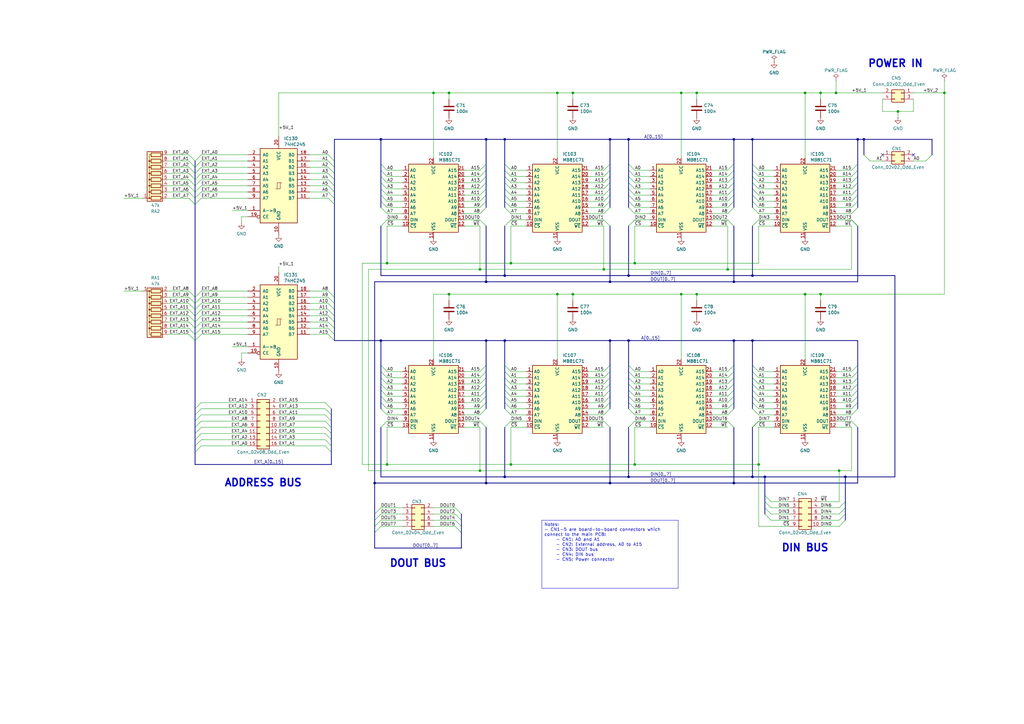
<source format=kicad_sch>
(kicad_sch (version 20250114) (generator "eeschema") (generator_version "9.0")
  (paper "A3")
  (title_block (title "NEC PC-Engine IFU-30 RAM PCB") (date "2025-05-12") (rev "0.1") (company "Polykubos") (comment 1 "Author: Regis Galland") (comment 2 "NEC IFU-30 PCB reverse engineering schematics"))
  (text "DOUT BUS" (at 171.45 231.14 0) (effects (font (size 3 3) (thickness 0.6) (bold yes))))
  (text "ADDRESS BUS" (at 107.95 198.12 0) (effects (font (size 3 3) (thickness 0.6) (bold yes))))
  (text "DIN BUS" (at 330.2 224.79 0) (effects (font (size 3 3) (thickness 0.6) (bold yes))))
  (text "POWER IN" (at 367.284 26.162 0) (effects (font (size 3 3) (thickness 0.6) (bold yes))))
  (text_box "Notes:\n- CN1-5 are board-to-board connectors which connect to the main PCB:\n	- CN1: A0 and A1\n	- CN2: External address, A0 to A15\n	- CN3: DOUT bus\n	- CN4: DIN bus \n	- CN5: Power connector" (at 222.25 213.36 0) (size 55.88 27.94) (margins 0.9525 0.9525 0.9525 0.9525) (effects (font (size 1.27 1.27)) (justify left top)))
  (junction (at 300.99 198.12))
  (junction (at 250.19 57.15))
  (junction (at 308.61 57.15))
  (junction (at 228.6 38.1))
  (junction (at 156.21 139.7))
  (junction (at 153.67 198.12))
  (junction (at 228.6 120.65))
  (junction (at 199.39 139.7))
  (junction (at 330.2 120.65))
  (junction (at 199.39 57.15))
  (junction (at 311.15 190.5))
  (junction (at 351.79 57.15))
  (junction (at 250.19 198.12))
  (junction (at 209.55 190.5))
  (junction (at 260.35 107.95))
  (junction (at 257.81 195.58))
  (junction (at 279.4 120.65))
  (junction (at 158.75 190.5))
  (junction (at 285.75 120.65))
  (junction (at 207.01 57.15))
  (junction (at 250.19 139.7))
  (junction (at 279.4 38.1))
  (junction (at 308.61 113.03))
  (junction (at 344.17 193.04))
  (junction (at 300.99 57.15))
  (junction (at 298.45 110.49))
  (junction (at 250.19 115.57))
  (junction (at 285.75 38.1))
  (junction (at 207.01 139.7))
  (junction (at 257.81 139.7))
  (junction (at 336.55 38.1))
  (junction (at 346.71 195.58))
  (junction (at 184.15 120.65))
  (junction (at 257.81 113.03))
  (junction (at 300.99 115.57))
  (junction (at 177.8 38.1))
  (junction (at 199.39 115.57))
  (junction (at 336.55 120.65))
  (junction (at 260.35 190.5))
  (junction (at 209.55 107.95))
  (junction (at 207.01 195.58))
  (junction (at 342.9 38.1))
  (junction (at 207.01 113.03))
  (junction (at 184.15 38.1))
  (junction (at 199.39 198.12))
  (junction (at 300.99 139.7))
  (junction (at 257.81 57.15))
  (junction (at 308.61 139.7))
  (junction (at 308.61 195.58))
  (junction (at 313.69 195.58))
  (junction (at 247.65 110.49))
  (junction (at 387.35 38.1))
  (junction (at 234.95 38.1))
  (junction (at 234.95 120.65))
  (junction (at 368.3 45.72))
  (junction (at 156.21 57.15))
  (junction (at 196.85 110.49))
  (junction (at 354.33 57.15))
  (junction (at 158.75 107.95))
  (junction (at 330.2 38.1))
  (junction (at 196.85 193.04))
  (no_connect (at 374.65 63.5))
  (no_connect (at 361.95 63.5))
  (bus_entry (at 134.62 73.66) (size 2.54 2.54))
  (bus_entry (at 308.61 77.47) (size 2.54 2.54))
  (bus_entry (at 134.62 63.5) (size 2.54 2.54))
  (bus_entry (at 158.75 90.17) (size -2.54 2.54))
  (bus_entry (at 308.61 167.64) (size 2.54 2.54))
  (bus_entry (at 308.61 152.4) (size 2.54 2.54))
  (bus_entry (at 260.35 172.72) (size -2.54 2.54))
  (bus_entry (at 186.69 215.9) (size 2.54 2.54))
  (bus_entry (at 300.99 80.01) (size -2.54 2.54))
  (bus_entry (at 82.55 172.72) (size -2.54 2.54))
  (bus_entry (at 351.79 72.39) (size -2.54 2.54))
  (bus_entry (at 257.81 69.85) (size 2.54 2.54))
  (bus_entry (at 134.62 81.28) (size 2.54 2.54))
  (bus_entry (at 77.47 137.16) (size 2.54 2.54))
  (bus_entry (at 133.35 172.72) (size 2.54 2.54))
  (bus_entry (at 199.39 152.4) (size -2.54 2.54))
  (bus_entry (at 156.21 152.4) (size 2.54 2.54))
  (bus_entry (at 308.61 149.86) (size 2.54 2.54))
  (bus_entry (at 308.61 154.94) (size 2.54 2.54))
  (bus_entry (at 257.81 82.55) (size 2.54 2.54))
  (bus_entry (at 207.01 74.93) (size 2.54 2.54))
  (bus_entry (at 257.81 149.86) (size 2.54 2.54))
  (bus_entry (at 250.19 72.39) (size -2.54 2.54))
  (bus_entry (at 300.99 82.55) (size -2.54 2.54))
  (bus_entry (at 250.19 157.48) (size -2.54 2.54))
  (bus_entry (at 300.99 167.64) (size -2.54 2.54))
  (bus_entry (at 199.39 69.85) (size -2.54 2.54))
  (bus_entry (at 134.62 78.74) (size 2.54 2.54))
  (bus_entry (at 156.21 162.56) (size 2.54 2.54))
  (bus_entry (at 77.47 76.2) (size 2.54 2.54))
  (bus_entry (at 257.81 80.01) (size 2.54 2.54))
  (bus_entry (at 82.55 180.34) (size -2.54 2.54))
  (bus_entry (at 77.47 127) (size 2.54 2.54))
  (bus_entry (at 156.21 149.86) (size 2.54 2.54))
  (bus_entry (at 351.79 154.94) (size -2.54 2.54))
  (bus_entry (at 82.55 175.26) (size -2.54 2.54))
  (bus_entry (at 354.33 63.5) (size 2.54 2.54))
  (bus_entry (at 156.21 77.47) (size 2.54 2.54))
  (bus_entry (at 156.21 67.31) (size 2.54 2.54))
  (bus_entry (at 82.55 81.28) (size -2.54 2.54))
  (bus_entry (at 300.99 152.4) (size -2.54 2.54))
  (bus_entry (at 77.47 81.28) (size 2.54 2.54))
  (bus_entry (at 250.19 77.47) (size -2.54 2.54))
  (bus_entry (at 77.47 71.12) (size 2.54 2.54))
  (bus_entry (at 77.47 63.5) (size 2.54 2.54))
  (bus_entry (at 199.39 149.86) (size -2.54 2.54))
  (bus_entry (at 351.79 149.86) (size -2.54 2.54))
  (bus_entry (at 311.15 172.72) (size -2.54 2.54))
  (bus_entry (at 351.79 85.09) (size -2.54 2.54))
  (bus_entry (at 199.39 160.02) (size -2.54 2.54))
  (bus_entry (at 77.47 121.92) (size 2.54 2.54))
  (bus_entry (at 134.62 134.62) (size 2.54 2.54))
  (bus_entry (at 308.61 69.85) (size 2.54 2.54))
  (bus_entry (at 308.61 165.1) (size 2.54 2.54))
  (bus_entry (at 156.21 160.02) (size 2.54 2.54))
  (bus_entry (at 257.81 157.48) (size 2.54 2.54))
  (bus_entry (at 199.39 157.48) (size -2.54 2.54))
  (bus_entry (at 134.62 119.38) (size 2.54 2.54))
  (bus_entry (at 207.01 167.64) (size 2.54 2.54))
  (bus_entry (at 82.55 78.74) (size -2.54 2.54))
  (bus_entry (at 346.71 213.36) (size -2.54 2.54))
  (bus_entry (at 300.99 85.09) (size -2.54 2.54))
  (bus_entry (at 346.71 208.28) (size -2.54 2.54))
  (bus_entry (at 308.61 74.93) (size 2.54 2.54))
  (bus_entry (at 351.79 160.02) (size -2.54 2.54))
  (bus_entry (at 82.55 167.64) (size -2.54 2.54))
  (bus_entry (at 250.19 67.31) (size -2.54 2.54))
  (bus_entry (at 199.39 167.64) (size -2.54 2.54))
  (bus_entry (at 82.55 129.54) (size -2.54 2.54))
  (bus_entry (at 134.62 124.46) (size 2.54 2.54))
  (bus_entry (at 250.19 152.4) (size -2.54 2.54))
  (bus_entry (at 346.71 205.74) (size -2.54 2.54))
  (bus_entry (at 308.61 72.39) (size 2.54 2.54))
  (bus_entry (at 82.55 170.18) (size -2.54 2.54))
  (bus_entry (at 153.67 210.82) (size 2.54 -2.54))
  (bus_entry (at 199.39 77.47) (size -2.54 2.54))
  (bus_entry (at 77.47 78.74) (size 2.54 2.54))
  (bus_entry (at 82.55 76.2) (size -2.54 2.54))
  (bus_entry (at 82.55 134.62) (size -2.54 2.54))
  (bus_entry (at 199.39 154.94) (size -2.54 2.54))
  (bus_entry (at 207.01 154.94) (size 2.54 2.54))
  (bus_entry (at 308.61 82.55) (size 2.54 2.54))
  (bus_entry (at 82.55 182.88) (size -2.54 2.54))
  (bus_entry (at 351.79 67.31) (size -2.54 2.54))
  (bus_entry (at 257.81 74.93) (size 2.54 2.54))
  (bus_entry (at 134.62 71.12) (size 2.54 2.54))
  (bus_entry (at 257.81 165.1) (size 2.54 2.54))
  (bus_entry (at 133.35 170.18) (size 2.54 2.54))
  (bus_entry (at 257.81 85.09) (size 2.54 2.54))
  (bus_entry (at 349.25 90.17) (size 2.54 2.54))
  (bus_entry (at 257.81 77.47) (size 2.54 2.54))
  (bus_entry (at 300.99 162.56) (size -2.54 2.54))
  (bus_entry (at 260.35 90.17) (size -2.54 2.54))
  (bus_entry (at 207.01 67.31) (size 2.54 2.54))
  (bus_entry (at 209.55 172.72) (size -2.54 2.54))
  (bus_entry (at 308.61 67.31) (size 2.54 2.54))
  (bus_entry (at 153.67 215.9) (size 2.54 -2.54))
  (bus_entry (at 134.62 66.04) (size 2.54 2.54))
  (bus_entry (at 82.55 132.08) (size -2.54 2.54))
  (bus_entry (at 250.19 154.94) (size -2.54 2.54))
  (bus_entry (at 300.99 149.86) (size -2.54 2.54))
  (bus_entry (at 156.21 154.94) (size 2.54 2.54))
  (bus_entry (at 207.01 69.85) (size 2.54 2.54))
  (bus_entry (at 349.25 172.72) (size 2.54 2.54))
  (bus_entry (at 250.19 149.86) (size -2.54 2.54))
  (bus_entry (at 153.67 218.44) (size 2.54 -2.54))
  (bus_entry (at 257.81 162.56) (size 2.54 2.54))
  (bus_entry (at 247.65 172.72) (size 2.54 2.54))
  (bus_entry (at 250.19 69.85) (size -2.54 2.54))
  (bus_entry (at 209.55 90.17) (size -2.54 2.54))
  (bus_entry (at 298.45 172.72) (size 2.54 2.54))
  (bus_entry (at 134.62 121.92) (size 2.54 2.54))
  (bus_entry (at 134.62 132.08) (size 2.54 2.54))
  (bus_entry (at 134.62 68.58) (size 2.54 2.54))
  (bus_entry (at 346.71 210.82) (size -2.54 2.54))
  (bus_entry (at 77.47 129.54) (size 2.54 2.54))
  (bus_entry (at 77.47 134.62) (size 2.54 2.54))
  (bus_entry (at 156.21 72.39) (size 2.54 2.54))
  (bus_entry (at 133.35 177.8) (size 2.54 2.54))
  (bus_entry (at 313.69 208.28) (size 2.54 2.54))
  (bus_entry (at 207.01 80.01) (size 2.54 2.54))
  (bus_entry (at 311.15 90.17) (size -2.54 2.54))
  (bus_entry (at 351.79 69.85) (size -2.54 2.54))
  (bus_entry (at 134.62 127) (size 2.54 2.54))
  (bus_entry (at 82.55 124.46) (size -2.54 2.54))
  (bus_entry (at 77.47 119.38) (size 2.54 2.54))
  (bus_entry (at 82.55 121.92) (size -2.54 2.54))
  (bus_entry (at 250.19 82.55) (size -2.54 2.54))
  (bus_entry (at 308.61 80.01) (size 2.54 2.54))
  (bus_entry (at 257.81 160.02) (size 2.54 2.54))
  (bus_entry (at 300.99 154.94) (size -2.54 2.54))
  (bus_entry (at 250.19 167.64) (size -2.54 2.54))
  (bus_entry (at 82.55 66.04) (size -2.54 2.54))
  (bus_entry (at 351.79 80.01) (size -2.54 2.54))
  (bus_entry (at 313.69 205.74) (size 2.54 2.54))
  (bus_entry (at 313.69 203.2) (size 2.54 2.54))
  (bus_entry (at 308.61 85.09) (size 2.54 2.54))
  (bus_entry (at 82.55 165.1) (size -2.54 2.54))
  (bus_entry (at 153.67 213.36) (size 2.54 -2.54))
  (bus_entry (at 133.35 165.1) (size 2.54 2.54))
  (bus_entry (at 300.99 72.39) (size -2.54 2.54))
  (bus_entry (at 134.62 137.16) (size 2.54 2.54))
  (bus_entry (at 199.39 72.39) (size -2.54 2.54))
  (bus_entry (at 186.69 213.36) (size 2.54 2.54))
  (bus_entry (at 311.15 172.72) (size -2.54 2.54))
  (bus_entry (at 133.35 175.26) (size 2.54 2.54))
  (bus_entry (at 250.19 74.93) (size -2.54 2.54))
  (bus_entry (at 300.99 77.47) (size -2.54 2.54))
  (bus_entry (at 250.19 85.09) (size -2.54 2.54))
  (bus_entry (at 300.99 157.48) (size -2.54 2.54))
  (bus_entry (at 199.39 162.56) (size -2.54 2.54))
  (bus_entry (at 351.79 157.48) (size -2.54 2.54))
  (bus_entry (at 257.81 152.4) (size 2.54 2.54))
  (bus_entry (at 298.45 90.17) (size 2.54 2.54))
  (bus_entry (at 300.99 67.31) (size -2.54 2.54))
  (bus_entry (at 156.21 82.55) (size 2.54 2.54))
  (bus_entry (at 156.21 165.1) (size 2.54 2.54))
  (bus_entry (at 82.55 73.66) (size -2.54 2.54))
  (bus_entry (at 196.85 172.72) (size 2.54 2.54))
  (bus_entry (at 207.01 152.4) (size 2.54 2.54))
  (bus_entry (at 207.01 162.56) (size 2.54 2.54))
  (bus_entry (at 351.79 162.56) (size -2.54 2.54))
  (bus_entry (at 207.01 77.47) (size 2.54 2.54))
  (bus_entry (at 313.69 210.82) (size 2.54 2.54))
  (bus_entry (at 133.35 180.34) (size 2.54 2.54))
  (bus_entry (at 207.01 160.02) (size 2.54 2.54))
  (bus_entry (at 300.99 69.85) (size -2.54 2.54))
  (bus_entry (at 257.81 154.94) (size 2.54 2.54))
  (bus_entry (at 300.99 74.93) (size -2.54 2.54))
  (bus_entry (at 351.79 77.47) (size -2.54 2.54))
  (bus_entry (at 134.62 76.2) (size 2.54 2.54))
  (bus_entry (at 133.35 167.64) (size 2.54 2.54))
  (bus_entry (at 134.62 129.54) (size 2.54 2.54))
  (bus_entry (at 199.39 82.55) (size -2.54 2.54))
  (bus_entry (at 349.25 90.17) (size 2.54 2.54))
  (bus_entry (at 77.47 66.04) (size 2.54 2.54))
  (bus_entry (at 196.85 90.17) (size 2.54 2.54))
  (bus_entry (at 379.73 66.04) (size 2.54 -2.54))
  (bus_entry (at 186.69 208.28) (size 2.54 2.54))
  (bus_entry (at 77.47 73.66) (size 2.54 2.54))
  (bus_entry (at 308.61 160.02) (size 2.54 2.54))
  (bus_entry (at 207.01 85.09) (size 2.54 2.54))
  (bus_entry (at 186.69 210.82) (size 2.54 2.54))
  (bus_entry (at 308.61 162.56) (size 2.54 2.54))
  (bus_entry (at 300.99 165.1) (size -2.54 2.54))
  (bus_entry (at 247.65 90.17) (size 2.54 2.54))
  (bus_entry (at 351.79 74.93) (size -2.54 2.54))
  (bus_entry (at 82.55 68.58) (size -2.54 2.54))
  (bus_entry (at 156.21 80.01) (size 2.54 2.54))
  (bus_entry (at 199.39 165.1) (size -2.54 2.54))
  (bus_entry (at 207.01 165.1) (size 2.54 2.54))
  (bus_entry (at 199.39 85.09) (size -2.54 2.54))
  (bus_entry (at 250.19 165.1) (size -2.54 2.54))
  (bus_entry (at 250.19 80.01) (size -2.54 2.54))
  (bus_entry (at 82.55 127) (size -2.54 2.54))
  (bus_entry (at 156.21 74.93) (size 2.54 2.54))
  (bus_entry (at 77.47 124.46) (size 2.54 2.54))
  (bus_entry (at 257.81 167.64) (size 2.54 2.54))
  (bus_entry (at 158.75 172.72) (size -2.54 2.54))
  (bus_entry (at 207.01 157.48) (size 2.54 2.54))
  (bus_entry (at 133.35 182.88) (size 2.54 2.54))
  (bus_entry (at 156.21 69.85) (size 2.54 2.54))
  (bus_entry (at 207.01 72.39) (size 2.54 2.54))
  (bus_entry (at 351.79 152.4) (size -2.54 2.54))
  (bus_entry (at 82.55 137.16) (size -2.54 2.54))
  (bus_entry (at 351.79 82.55) (size -2.54 2.54))
  (bus_entry (at 207.01 149.86) (size 2.54 2.54))
  (bus_entry (at 156.21 167.64) (size 2.54 2.54))
  (bus_entry (at 156.21 157.48) (size 2.54 2.54))
  (bus_entry (at 77.47 132.08) (size 2.54 2.54))
  (bus_entry (at 82.55 71.12) (size -2.54 2.54))
  (bus_entry (at 199.39 80.01) (size -2.54 2.54))
  (bus_entry (at 82.55 119.38) (size -2.54 2.54))
  (bus_entry (at 351.79 167.64) (size -2.54 2.54))
  (bus_entry (at 257.81 67.31) (size 2.54 2.54))
  (bus_entry (at 257.81 72.39) (size 2.54 2.54))
  (bus_entry (at 250.19 162.56) (size -2.54 2.54))
  (bus_entry (at 199.39 74.93) (size -2.54 2.54))
  (bus_entry (at 308.61 157.48) (size 2.54 2.54))
  (bus_entry (at 77.47 68.58) (size 2.54 2.54))
  (bus_entry (at 82.55 177.8) (size -2.54 2.54))
  (bus_entry (at 300.99 160.02) (size -2.54 2.54))
  (bus_entry (at 199.39 67.31) (size -2.54 2.54))
  (bus_entry (at 351.79 165.1) (size -2.54 2.54))
  (bus_entry (at 156.21 85.09) (size 2.54 2.54))
  (bus_entry (at 207.01 82.55) (size 2.54 2.54))
  (bus_entry (at 82.55 63.5) (size -2.54 2.54))
  (bus_entry (at 250.19 160.02) (size -2.54 2.54))
  (wire (pts (xy 260.35 92.71) (xy 260.35 107.95)))
  (wire (pts (xy 234.95 120.65) (xy 234.95 123.19)))
  (wire (pts (xy 336.55 38.1) (xy 336.55 40.64)))
  (wire (pts (xy 114.3 38.1) (xy 114.3 55.88)))
  (wire (pts (xy 349.25 110.49) (xy 298.45 110.49)))
  (bus (pts (xy 308.61 149.86) (xy 308.61 139.7)))
  (bus (pts (xy 199.39 198.12) (xy 153.67 198.12)))
  (wire (pts (xy 260.35 82.55) (xy 266.7 82.55)))
  (wire (pts (xy 234.95 38.1) (xy 234.95 40.64)))
  (wire (pts (xy 196.85 170.18) (xy 190.5 170.18)))
  (wire (pts (xy 68.58 134.62) (xy 77.47 134.62)))
  (wire (pts (xy 349.25 85.09) (xy 342.9 85.09)))
  (wire (pts (xy 311.15 92.71) (xy 311.15 107.95)))
  (wire (pts (xy 298.45 72.39) (xy 292.1 72.39)))
  (wire (pts (xy 82.55 132.08) (xy 101.6 132.08)))
  (wire (pts (xy 196.85 172.72) (xy 190.5 172.72)))
  (bus (pts (xy 351.79 57.15) (xy 351.79 67.31)))
  (bus (pts (xy 308.61 195.58) (xy 313.69 195.58)))
  (wire (pts (xy 247.65 175.26) (xy 241.3 175.26)))
  (wire (pts (xy 158.75 152.4) (xy 165.1 152.4)))
  (wire (pts (xy 209.55 85.09) (xy 215.9 85.09)))
  (wire (pts (xy 184.15 120.65) (xy 228.6 120.65)))
  (bus (pts (xy 137.16 121.92) (xy 137.16 124.46)))
  (wire (pts (xy 177.8 120.65) (xy 184.15 120.65)))
  (bus (pts (xy 199.39 57.15) (xy 199.39 67.31)))
  (wire (pts (xy 247.65 110.49) (xy 196.85 110.49)))
  (wire (pts (xy 127 71.12) (xy 134.62 71.12)))
  (bus (pts (xy 156.21 67.31) (xy 156.21 57.15)))
  (wire (pts (xy 68.58 129.54) (xy 77.47 129.54)))
  (bus (pts (xy 346.71 210.82) (xy 346.71 213.36)))
  (wire (pts (xy 298.45 85.09) (xy 292.1 85.09)))
  (bus (pts (xy 80.01 127) (xy 80.01 129.54)))
  (wire (pts (xy 298.45 157.48) (xy 292.1 157.48)))
  (bus (pts (xy 351.79 175.26) (xy 351.79 198.12)))
  (wire (pts (xy 158.75 90.17) (xy 165.1 90.17)))
  (wire (pts (xy 234.95 38.1) (xy 279.4 38.1)))
  (bus (pts (xy 153.67 115.57) (xy 199.39 115.57)))
  (bus (pts (xy 189.23 218.44) (xy 189.23 224.79)))
  (bus (pts (xy 346.71 208.28) (xy 346.71 210.82)))
  (bus (pts (xy 308.61 74.93) (xy 308.61 72.39)))
  (wire (pts (xy 260.35 92.71) (xy 266.7 92.71)))
  (wire (pts (xy 134.62 121.92) (xy 127 121.92)))
  (bus (pts (xy 313.69 208.28) (xy 313.69 210.82)))
  (wire (pts (xy 247.65 162.56) (xy 241.3 162.56)))
  (bus (pts (xy 351.79 69.85) (xy 351.79 72.39)))
  (wire (pts (xy 158.75 107.95) (xy 209.55 107.95)))
  (wire (pts (xy 114.3 172.72) (xy 133.35 172.72)))
  (wire (pts (xy 344.17 208.28) (xy 336.55 208.28)))
  (bus (pts (xy 156.21 77.47) (xy 156.21 74.93)))
  (wire (pts (xy 349.25 90.17) (xy 342.9 90.17)))
  (bus (pts (xy 137.16 78.74) (xy 137.16 76.2)))
  (wire (pts (xy 260.35 175.26) (xy 260.35 190.5)))
  (wire (pts (xy 158.75 172.72) (xy 165.1 172.72)))
  (wire (pts (xy 260.35 165.1) (xy 266.7 165.1)))
  (bus (pts (xy 257.81 113.03) (xy 308.61 113.03)))
  (bus (pts (xy 80.01 121.92) (xy 80.01 124.46)))
  (bus (pts (xy 207.01 175.26) (xy 207.01 195.58)))
  (wire (pts (xy 330.2 147.32) (xy 330.2 120.65)))
  (wire (pts (xy 330.2 38.1) (xy 336.55 38.1)))
  (wire (pts (xy 349.25 170.18) (xy 342.9 170.18)))
  (bus (pts (xy 153.67 215.9) (xy 153.67 213.36)))
  (wire (pts (xy 134.62 81.28) (xy 127 81.28)))
  (wire (pts (xy 387.35 33.02) (xy 387.35 38.1)))
  (wire (pts (xy 196.85 74.93) (xy 190.5 74.93)))
  (wire (pts (xy 196.85 80.01) (xy 190.5 80.01)))
  (wire (pts (xy 158.75 162.56) (xy 165.1 162.56)))
  (bus (pts (xy 156.21 149.86) (xy 156.21 139.7)))
  (bus (pts (xy 257.81 77.47) (xy 257.81 74.93)))
  (wire (pts (xy 101.6 88.9) (xy 99.06 88.9)))
  (bus (pts (xy 153.67 218.44) (xy 153.67 224.79)))
  (bus (pts (xy 300.99 72.39) (xy 300.99 74.93)))
  (bus (pts (xy 257.81 175.26) (xy 257.81 195.58)))
  (bus (pts (xy 257.81 157.48) (xy 257.81 154.94)))
  (bus (pts (xy 300.99 139.7) (xy 300.99 149.86)))
  (bus (pts (xy 250.19 198.12) (xy 300.99 198.12)))
  (wire (pts (xy 68.58 137.16) (xy 77.47 137.16)))
  (wire (pts (xy 247.65 92.71) (xy 241.3 92.71)))
  (wire (pts (xy 68.58 121.92) (xy 77.47 121.92)))
  (bus (pts (xy 308.61 82.55) (xy 308.61 80.01)))
  (wire (pts (xy 356.87 66.04) (xy 361.95 66.04)))
  (bus (pts (xy 80.01 177.8) (xy 80.01 180.34)))
  (wire (pts (xy 260.35 87.63) (xy 266.7 87.63)))
  (bus (pts (xy 308.61 92.71) (xy 308.61 113.03)))
  (wire (pts (xy 260.35 107.95) (xy 311.15 107.95)))
  (bus (pts (xy 367.03 113.03) (xy 367.03 195.58)))
  (bus (pts (xy 199.39 85.09) (xy 199.39 82.55)))
  (wire (pts (xy 148.59 107.95) (xy 148.59 190.5)))
  (bus (pts (xy 351.79 67.31) (xy 351.79 69.85)))
  (wire (pts (xy 158.75 87.63) (xy 165.1 87.63)))
  (bus (pts (xy 207.01 157.48) (xy 207.01 154.94)))
  (wire (pts (xy 209.55 69.85) (xy 215.9 69.85)))
  (bus (pts (xy 308.61 80.01) (xy 308.61 77.47)))
  (bus (pts (xy 351.79 162.56) (xy 351.79 165.1)))
  (bus (pts (xy 137.16 57.15) (xy 137.16 66.04)))
  (wire (pts (xy 82.55 177.8) (xy 101.6 177.8)))
  (wire (pts (xy 134.62 124.46) (xy 127 124.46)))
  (wire (pts (xy 196.85 193.04) (xy 344.17 193.04)))
  (wire (pts (xy 158.75 190.5) (xy 158.75 175.26)))
  (wire (pts (xy 209.55 160.02) (xy 215.9 160.02)))
  (wire (pts (xy 311.15 162.56) (xy 317.5 162.56)))
  (wire (pts (xy 298.45 170.18) (xy 292.1 170.18)))
  (bus (pts (xy 137.16 129.54) (xy 137.16 132.08)))
  (wire (pts (xy 260.35 162.56) (xy 266.7 162.56)))
  (wire (pts (xy 260.35 80.01) (xy 266.7 80.01)))
  (bus (pts (xy 80.01 132.08) (xy 80.01 129.54)))
  (bus (pts (xy 308.61 113.03) (xy 367.03 113.03)))
  (wire (pts (xy 68.58 78.74) (xy 77.47 78.74)))
  (bus (pts (xy 257.81 80.01) (xy 257.81 77.47)))
  (bus (pts (xy 300.99 67.31) (xy 300.99 69.85)))
  (wire (pts (xy 336.55 38.1) (xy 342.9 38.1)))
  (bus (pts (xy 257.81 149.86) (xy 257.81 139.7)))
  (wire (pts (xy 82.55 124.46) (xy 101.6 124.46)))
  (wire (pts (xy 190.5 175.26) (xy 196.85 175.26)))
  (wire (pts (xy 209.55 175.26) (xy 215.9 175.26)))
  (bus (pts (xy 257.81 167.64) (xy 257.81 165.1)))
  (wire (pts (xy 114.3 170.18) (xy 133.35 170.18)))
  (wire (pts (xy 349.25 92.71) (xy 349.25 110.49)))
  (bus (pts (xy 207.01 72.39) (xy 207.01 69.85)))
  (wire (pts (xy 387.35 120.65) (xy 387.35 38.1)))
  (bus (pts (xy 199.39 77.47) (xy 199.39 80.01)))
  (wire (pts (xy 196.85 154.94) (xy 190.5 154.94)))
  (bus (pts (xy 80.01 137.16) (xy 80.01 139.7)))
  (wire (pts (xy 311.15 82.55) (xy 317.5 82.55)))
  (wire (pts (xy 151.13 193.04) (xy 196.85 193.04)))
  (bus (pts (xy 80.01 73.66) (xy 80.01 71.12)))
  (wire (pts (xy 311.15 170.18) (xy 317.5 170.18)))
  (bus (pts (xy 351.79 149.86) (xy 351.79 152.4)))
  (wire (pts (xy 344.17 205.74) (xy 344.17 193.04)))
  (wire (pts (xy 82.55 182.88) (xy 101.6 182.88)))
  (bus (pts (xy 80.01 73.66) (xy 80.01 76.2)))
  (wire (pts (xy 298.45 77.47) (xy 292.1 77.47)))
  (wire (pts (xy 349.25 92.71) (xy 342.9 92.71)))
  (wire (pts (xy 158.75 175.26) (xy 165.1 175.26)))
  (bus (pts (xy 135.89 190.5) (xy 135.89 185.42)))
  (wire (pts (xy 209.55 107.95) (xy 260.35 107.95)))
  (bus (pts (xy 250.19 57.15) (xy 257.81 57.15)))
  (wire (pts (xy 196.85 167.64) (xy 190.5 167.64)))
  (wire (pts (xy 209.55 152.4) (xy 215.9 152.4)))
  (bus (pts (xy 250.19 154.94) (xy 250.19 157.48)))
  (wire (pts (xy 82.55 78.74) (xy 101.6 78.74)))
  (bus (pts (xy 156.21 80.01) (xy 156.21 77.47)))
  (bus (pts (xy 207.01 165.1) (xy 207.01 162.56)))
  (bus (pts (xy 80.01 81.28) (xy 80.01 83.82)))
  (wire (pts (xy 311.15 90.17) (xy 317.5 90.17)))
  (bus (pts (xy 250.19 115.57) (xy 300.99 115.57)))
  (bus (pts (xy 189.23 213.36) (xy 189.23 215.9)))
  (bus (pts (xy 156.21 152.4) (xy 156.21 149.86)))
  (wire (pts (xy 344.17 215.9) (xy 336.55 215.9)))
  (bus (pts (xy 137.16 57.15) (xy 156.21 57.15)))
  (bus (pts (xy 308.61 85.09) (xy 308.61 82.55)))
  (wire (pts (xy 228.6 38.1) (xy 234.95 38.1)))
  (wire (pts (xy 82.55 119.38) (xy 101.6 119.38)))
  (wire (pts (xy 298.45 92.71) (xy 298.45 110.49)))
  (wire (pts (xy 298.45 172.72) (xy 292.1 172.72)))
  (wire (pts (xy 279.4 147.32) (xy 279.4 120.65)))
  (bus (pts (xy 250.19 162.56) (xy 250.19 165.1)))
  (wire (pts (xy 311.15 160.02) (xy 317.5 160.02)))
  (wire (pts (xy 95.25 86.36) (xy 101.6 86.36)))
  (bus (pts (xy 250.19 160.02) (xy 250.19 162.56)))
  (bus (pts (xy 137.16 83.82) (xy 137.16 121.92)))
  (wire (pts (xy 134.62 132.08) (xy 127 132.08)))
  (wire (pts (xy 330.2 120.65) (xy 336.55 120.65)))
  (wire (pts (xy 260.35 172.72) (xy 266.7 172.72)))
  (wire (pts (xy 158.75 82.55) (xy 165.1 82.55)))
  (bus (pts (xy 199.39 72.39) (xy 199.39 74.93)))
  (wire (pts (xy 247.65 167.64) (xy 241.3 167.64)))
  (bus (pts (xy 250.19 149.86) (xy 250.19 152.4)))
  (wire (pts (xy 374.65 45.72) (xy 368.3 45.72)))
  (bus (pts (xy 300.99 57.15) (xy 308.61 57.15)))
  (bus (pts (xy 250.19 175.26) (xy 250.19 198.12)))
  (bus (pts (xy 354.33 57.15) (xy 351.79 57.15)))
  (wire (pts (xy 311.15 87.63) (xy 317.5 87.63)))
  (wire (pts (xy 260.35 170.18) (xy 266.7 170.18)))
  (bus (pts (xy 351.79 160.02) (xy 351.79 162.56)))
  (bus (pts (xy 80.01 167.64) (xy 80.01 170.18)))
  (bus (pts (xy 308.61 77.47) (xy 308.61 74.93)))
  (wire (pts (xy 311.15 92.71) (xy 317.5 92.71)))
  (bus (pts (xy 199.39 157.48) (xy 199.39 160.02)))
  (bus (pts (xy 207.01 113.03) (xy 257.81 113.03)))
  (bus (pts (xy 308.61 154.94) (xy 308.61 152.4)))
  (bus (pts (xy 153.67 115.57) (xy 153.67 198.12)))
  (wire (pts (xy 196.85 165.1) (xy 190.5 165.1)))
  (bus (pts (xy 156.21 139.7) (xy 199.39 139.7)))
  (bus (pts (xy 351.79 80.01) (xy 351.79 82.55)))
  (wire (pts (xy 186.69 213.36) (xy 177.8 213.36)))
  (wire (pts (xy 158.75 165.1) (xy 165.1 165.1)))
  (wire (pts (xy 184.15 120.65) (xy 184.15 123.19)))
  (wire (pts (xy 260.35 154.94) (xy 266.7 154.94)))
  (wire (pts (xy 209.55 77.47) (xy 215.9 77.47)))
  (wire (pts (xy 101.6 73.66) (xy 82.55 73.66)))
  (wire (pts (xy 298.45 162.56) (xy 292.1 162.56)))
  (wire (pts (xy 247.65 172.72) (xy 241.3 172.72)))
  (bus (pts (xy 199.39 69.85) (xy 199.39 72.39)))
  (bus (pts (xy 199.39 115.57) (xy 250.19 115.57)))
  (bus (pts (xy 300.99 85.09) (xy 300.99 82.55)))
  (bus (pts (xy 80.01 66.04) (xy 80.01 68.58)))
  (bus (pts (xy 135.89 177.8) (xy 135.89 180.34)))
  (wire (pts (xy 158.75 74.93) (xy 165.1 74.93)))
  (bus (pts (xy 308.61 57.15) (xy 351.79 57.15)))
  (bus (pts (xy 250.19 92.71) (xy 250.19 115.57)))
  (bus (pts (xy 137.16 139.7) (xy 156.21 139.7)))
  (bus (pts (xy 300.99 74.93) (xy 300.99 77.47)))
  (wire (pts (xy 311.15 175.26) (xy 317.5 175.26)))
  (bus (pts (xy 156.21 175.26) (xy 156.21 195.58)))
  (bus (pts (xy 300.99 160.02) (xy 300.99 162.56)))
  (bus (pts (xy 351.79 152.4) (xy 351.79 154.94)))
  (wire (pts (xy 311.15 215.9) (xy 323.85 215.9)))
  (wire (pts (xy 99.06 144.78) (xy 99.06 147.32)))
  (wire (pts (xy 247.65 170.18) (xy 241.3 170.18)))
  (bus (pts (xy 351.79 77.47) (xy 351.79 80.01)))
  (wire (pts (xy 196.85 110.49) (xy 151.13 110.49)))
  (wire (pts (xy 279.4 64.77) (xy 279.4 38.1)))
  (wire (pts (xy 209.55 80.01) (xy 215.9 80.01)))
  (bus (pts (xy 137.16 78.74) (xy 137.16 81.28)))
  (bus (pts (xy 207.01 67.31) (xy 207.01 57.15)))
  (wire (pts (xy 134.62 129.54) (xy 127 129.54)))
  (wire (pts (xy 298.45 175.26) (xy 292.1 175.26)))
  (bus (pts (xy 156.21 72.39) (xy 156.21 69.85)))
  (bus (pts (xy 135.89 167.64) (xy 135.89 170.18)))
  (bus (pts (xy 308.61 175.26) (xy 308.61 195.58)))
  (bus (pts (xy 300.99 175.26) (xy 300.99 198.12)))
  (wire (pts (xy 209.55 170.18) (xy 215.9 170.18)))
  (bus (pts (xy 199.39 92.71) (xy 199.39 115.57)))
  (wire (pts (xy 196.85 152.4) (xy 190.5 152.4)))
  (wire (pts (xy 349.25 193.04) (xy 349.25 175.26)))
  (wire (pts (xy 344.17 193.04) (xy 349.25 193.04)))
  (wire (pts (xy 349.25 87.63) (xy 342.9 87.63)))
  (bus (pts (xy 308.61 157.48) (xy 308.61 154.94)))
  (wire (pts (xy 285.75 38.1) (xy 285.75 40.64)))
  (wire (pts (xy 68.58 119.38) (xy 77.47 119.38)))
  (bus (pts (xy 207.01 195.58) (xy 257.81 195.58)))
  (bus (pts (xy 351.79 74.93) (xy 351.79 77.47)))
  (wire (pts (xy 368.3 45.72) (xy 361.95 45.72)))
  (bus (pts (xy 80.01 78.74) (xy 80.01 81.28)))
  (bus (pts (xy 199.39 175.26) (xy 199.39 198.12)))
  (wire (pts (xy 196.85 157.48) (xy 190.5 157.48)))
  (wire (pts (xy 82.55 175.26) (xy 101.6 175.26)))
  (wire (pts (xy 158.75 154.94) (xy 165.1 154.94)))
  (wire (pts (xy 209.55 72.39) (xy 215.9 72.39)))
  (wire (pts (xy 298.45 74.93) (xy 292.1 74.93)))
  (bus (pts (xy 257.81 165.1) (xy 257.81 162.56)))
  (wire (pts (xy 209.55 157.48) (xy 215.9 157.48)))
  (wire (pts (xy 196.85 87.63) (xy 190.5 87.63)))
  (bus (pts (xy 250.19 57.15) (xy 250.19 67.31)))
  (wire (pts (xy 368.3 45.72) (xy 368.3 48.26)))
  (bus (pts (xy 80.01 182.88) (xy 80.01 180.34)))
  (wire (pts (xy 95.25 142.24) (xy 101.6 142.24)))
  (bus (pts (xy 300.99 80.01) (xy 300.99 82.55)))
  (bus (pts (xy 156.21 74.93) (xy 156.21 72.39)))
  (bus (pts (xy 300.99 157.48) (xy 300.99 160.02)))
  (bus (pts (xy 207.01 57.15) (xy 250.19 57.15)))
  (wire (pts (xy 209.55 165.1) (xy 215.9 165.1)))
  (bus (pts (xy 308.61 167.64) (xy 308.61 165.1)))
  (wire (pts (xy 349.25 167.64) (xy 342.9 167.64)))
  (bus (pts (xy 156.21 160.02) (xy 156.21 157.48)))
  (wire (pts (xy 361.95 40.64) (xy 361.95 45.72)))
  (bus (pts (xy 135.89 182.88) (xy 135.89 185.42)))
  (bus (pts (xy 351.79 72.39) (xy 351.79 74.93)))
  (wire (pts (xy 134.62 66.04) (xy 127 66.04)))
  (wire (pts (xy 158.75 157.48) (xy 165.1 157.48)))
  (bus (pts (xy 156.21 57.15) (xy 199.39 57.15)))
  (bus (pts (xy 250.19 167.64) (xy 250.19 165.1)))
  (bus (pts (xy 207.01 152.4) (xy 207.01 149.86)))
  (bus (pts (xy 137.16 66.04) (xy 137.16 68.58)))
  (wire (pts (xy 177.8 38.1) (xy 184.15 38.1)))
  (bus (pts (xy 80.01 124.46) (xy 80.01 127)))
  (wire (pts (xy 196.85 69.85) (xy 190.5 69.85)))
  (bus (pts (xy 257.81 154.94) (xy 257.81 152.4)))
  (bus (pts (xy 308.61 139.7) (xy 351.79 139.7)))
  (bus (pts (xy 257.81 69.85) (xy 257.81 67.31)))
  (bus (pts (xy 354.33 57.15) (xy 354.33 63.5)))
  (wire (pts (xy 349.25 72.39) (xy 342.9 72.39)))
  (wire (pts (xy 260.35 90.17) (xy 266.7 90.17)))
  (wire (pts (xy 82.55 66.04) (xy 101.6 66.04)))
  (bus (pts (xy 250.19 69.85) (xy 250.19 72.39)))
  (wire (pts (xy 298.45 110.49) (xy 247.65 110.49)))
  (bus (pts (xy 80.01 134.62) (xy 80.01 132.08)))
  (wire (pts (xy 311.15 152.4) (xy 317.5 152.4)))
  (wire (pts (xy 134.62 63.5) (xy 127 63.5)))
  (wire (pts (xy 260.35 152.4) (xy 266.7 152.4)))
  (bus (pts (xy 257.81 160.02) (xy 257.81 157.48)))
  (wire (pts (xy 158.75 85.09) (xy 165.1 85.09)))
  (wire (pts (xy 260.35 72.39) (xy 266.7 72.39)))
  (bus (pts (xy 199.39 139.7) (xy 207.01 139.7)))
  (wire (pts (xy 82.55 134.62) (xy 101.6 134.62)))
  (wire (pts (xy 349.25 172.72) (xy 342.9 172.72)))
  (wire (pts (xy 158.75 80.01) (xy 165.1 80.01)))
  (bus (pts (xy 207.01 82.55) (xy 207.01 80.01)))
  (bus (pts (xy 250.19 139.7) (xy 250.19 149.86)))
  (wire (pts (xy 82.55 180.34) (xy 101.6 180.34)))
  (bus (pts (xy 351.79 167.64) (xy 351.79 165.1)))
  (wire (pts (xy 298.45 160.02) (xy 292.1 160.02)))
  (wire (pts (xy 82.55 167.64) (xy 101.6 167.64)))
  (wire (pts (xy 209.55 90.17) (xy 215.9 90.17)))
  (wire (pts (xy 134.62 127) (xy 127 127)))
  (wire (pts (xy 114.3 167.64) (xy 133.35 167.64)))
  (wire (pts (xy 260.35 69.85) (xy 266.7 69.85)))
  (bus (pts (xy 137.16 124.46) (xy 137.16 127)))
  (wire (pts (xy 228.6 64.77) (xy 228.6 38.1)))
  (bus (pts (xy 135.89 172.72) (xy 135.89 175.26)))
  (wire (pts (xy 349.25 175.26) (xy 342.9 175.26)))
  (wire (pts (xy 311.15 167.64) (xy 317.5 167.64)))
  (wire (pts (xy 68.58 71.12) (xy 77.47 71.12)))
  (wire (pts (xy 316.23 210.82) (xy 323.85 210.82)))
  (wire (pts (xy 114.3 175.26) (xy 133.35 175.26)))
  (bus (pts (xy 257.81 162.56) (xy 257.81 160.02)))
  (wire (pts (xy 196.85 82.55) (xy 190.5 82.55)))
  (wire (pts (xy 247.65 92.71) (xy 247.65 110.49)))
  (wire (pts (xy 349.25 82.55) (xy 342.9 82.55)))
  (bus (pts (xy 207.01 149.86) (xy 207.01 139.7)))
  (bus (pts (xy 300.99 152.4) (xy 300.99 154.94)))
  (bus (pts (xy 354.33 57.15) (xy 382.27 57.15)))
  (wire (pts (xy 134.62 134.62) (xy 127 134.62)))
  (wire (pts (xy 134.62 119.38) (xy 127 119.38)))
  (wire (pts (xy 247.65 90.17) (xy 241.3 90.17)))
  (bus (pts (xy 156.21 165.1) (xy 156.21 162.56)))
  (wire (pts (xy 196.85 77.47) (xy 190.5 77.47)))
  (bus (pts (xy 300.99 115.57) (xy 351.79 115.57)))
  (wire (pts (xy 311.15 154.94) (xy 317.5 154.94)))
  (bus (pts (xy 250.19 74.93) (xy 250.19 77.47)))
  (wire (pts (xy 82.55 127) (xy 101.6 127)))
  (bus (pts (xy 257.81 72.39) (xy 257.81 69.85)))
  (wire (pts (xy 158.75 160.02) (xy 165.1 160.02)))
  (wire (pts (xy 58.42 81.28) (xy 50.8 81.28)))
  (wire (pts (xy 82.55 170.18) (xy 101.6 170.18)))
  (bus (pts (xy 207.01 154.94) (xy 207.01 152.4)))
  (wire (pts (xy 114.3 165.1) (xy 133.35 165.1)))
  (bus (pts (xy 199.39 57.15) (xy 207.01 57.15)))
  (wire (pts (xy 316.23 208.28) (xy 323.85 208.28)))
  (wire (pts (xy 260.35 160.02) (xy 266.7 160.02)))
  (wire (pts (xy 285.75 38.1) (xy 330.2 38.1)))
  (wire (pts (xy 260.35 157.48) (xy 266.7 157.48)))
  (bus (pts (xy 250.19 139.7) (xy 257.81 139.7)))
  (bus (pts (xy 308.61 72.39) (xy 308.61 69.85)))
  (wire (pts (xy 260.35 77.47) (xy 266.7 77.47)))
  (bus (pts (xy 313.69 208.28) (xy 313.69 205.74)))
  (wire (pts (xy 209.55 92.71) (xy 209.55 107.95)))
  (bus (pts (xy 351.79 154.94) (xy 351.79 157.48)))
  (bus (pts (xy 257.81 67.31) (xy 257.81 57.15)))
  (bus (pts (xy 300.99 198.12) (xy 351.79 198.12)))
  (bus (pts (xy 346.71 195.58) (xy 346.71 205.74)))
  (bus (pts (xy 257.81 152.4) (xy 257.81 149.86)))
  (wire (pts (xy 260.35 190.5) (xy 209.55 190.5)))
  (wire (pts (xy 247.65 87.63) (xy 241.3 87.63)))
  (bus (pts (xy 346.71 208.28) (xy 346.71 205.74)))
  (wire (pts (xy 234.95 120.65) (xy 279.4 120.65)))
  (wire (pts (xy 342.9 38.1) (xy 361.95 38.1)))
  (wire (pts (xy 344.17 213.36) (xy 336.55 213.36)))
  (wire (pts (xy 311.15 172.72) (xy 317.5 172.72)))
  (bus (pts (xy 156.21 69.85) (xy 156.21 67.31)))
  (bus (pts (xy 80.01 167.64) (xy 80.01 139.7)))
  (bus (pts (xy 207.01 85.09) (xy 207.01 82.55)))
  (bus (pts (xy 382.27 63.5) (xy 382.27 57.15)))
  (bus (pts (xy 250.19 157.48) (xy 250.19 160.02)))
  (wire (pts (xy 247.65 74.93) (xy 241.3 74.93)))
  (bus (pts (xy 313.69 205.74) (xy 313.69 203.2)))
  (wire (pts (xy 247.65 69.85) (xy 241.3 69.85)))
  (wire (pts (xy 101.6 144.78) (xy 99.06 144.78)))
  (wire (pts (xy 336.55 120.65) (xy 336.55 123.19)))
  (wire (pts (xy 311.15 85.09) (xy 317.5 85.09)))
  (bus (pts (xy 189.23 210.82) (xy 189.23 213.36)))
  (bus (pts (xy 199.39 80.01) (xy 199.39 82.55)))
  (bus (pts (xy 137.16 127) (xy 137.16 129.54)))
  (wire (pts (xy 247.65 80.01) (xy 241.3 80.01)))
  (bus (pts (xy 300.99 92.71) (xy 300.99 115.57)))
  (wire (pts (xy 68.58 66.04) (xy 77.47 66.04)))
  (bus (pts (xy 250.19 80.01) (xy 250.19 82.55)))
  (bus (pts (xy 80.01 185.42) (xy 80.01 190.5)))
  (bus (pts (xy 137.16 137.16) (xy 137.16 134.62)))
  (wire (pts (xy 68.58 68.58) (xy 77.47 68.58)))
  (wire (pts (xy 260.35 175.26) (xy 266.7 175.26)))
  (wire (pts (xy 209.55 190.5) (xy 158.75 190.5)))
  (wire (pts (xy 298.45 90.17) (xy 292.1 90.17)))
  (wire (pts (xy 68.58 63.5) (xy 77.47 63.5)))
  (bus (pts (xy 189.23 224.79) (xy 153.67 224.79)))
  (bus (pts (xy 313.69 195.58) (xy 346.71 195.58)))
  (wire (pts (xy 82.55 137.16) (xy 101.6 137.16)))
  (bus (pts (xy 308.61 152.4) (xy 308.61 149.86)))
  (wire (pts (xy 316.23 205.74) (xy 323.85 205.74)))
  (wire (pts (xy 298.45 87.63) (xy 292.1 87.63)))
  (wire (pts (xy 82.55 63.5) (xy 101.6 63.5)))
  (bus (pts (xy 156.21 157.48) (xy 156.21 154.94)))
  (wire (pts (xy 209.55 172.72) (xy 215.9 172.72)))
  (wire (pts (xy 114.3 177.8) (xy 133.35 177.8)))
  (wire (pts (xy 196.85 92.71) (xy 190.5 92.71)))
  (bus (pts (xy 199.39 149.86) (xy 199.39 152.4)))
  (wire (pts (xy 349.25 152.4) (xy 342.9 152.4)))
  (bus (pts (xy 207.01 167.64) (xy 207.01 165.1)))
  (wire (pts (xy 134.62 76.2) (xy 127 76.2)))
  (wire (pts (xy 298.45 69.85) (xy 292.1 69.85)))
  (wire (pts (xy 298.45 152.4) (xy 292.1 152.4)))
  (wire (pts (xy 298.45 80.01) (xy 292.1 80.01)))
  (bus (pts (xy 137.16 139.7) (xy 137.16 137.16)))
  (bus (pts (xy 137.16 73.66) (xy 137.16 71.12)))
  (wire (pts (xy 82.55 121.92) (xy 101.6 121.92)))
  (bus (pts (xy 300.99 149.86) (xy 300.99 152.4)))
  (bus (pts (xy 351.79 157.48) (xy 351.79 160.02)))
  (bus (pts (xy 153.67 213.36) (xy 153.67 210.82)))
  (bus (pts (xy 367.03 195.58) (xy 346.71 195.58)))
  (bus (pts (xy 156.21 85.09) (xy 156.21 82.55)))
  (wire (pts (xy 285.75 120.65) (xy 285.75 123.19)))
  (bus (pts (xy 207.01 69.85) (xy 207.01 67.31)))
  (wire (pts (xy 311.15 165.1) (xy 317.5 165.1)))
  (wire (pts (xy 196.85 85.09) (xy 190.5 85.09)))
  (wire (pts (xy 209.55 82.55) (xy 215.9 82.55)))
  (wire (pts (xy 58.42 119.38) (xy 50.8 119.38)))
  (wire (pts (xy 349.25 74.93) (xy 342.9 74.93)))
  (wire (pts (xy 228.6 147.32) (xy 228.6 120.65)))
  (bus (pts (xy 135.89 180.34) (xy 135.89 182.88)))
  (bus (pts (xy 308.61 69.85) (xy 308.61 67.31)))
  (bus (pts (xy 135.89 170.18) (xy 135.89 172.72)))
  (wire (pts (xy 158.75 170.18) (xy 165.1 170.18)))
  (bus (pts (xy 250.19 152.4) (xy 250.19 154.94)))
  (bus (pts (xy 137.16 132.08) (xy 137.16 134.62)))
  (bus (pts (xy 257.81 82.55) (xy 257.81 80.01)))
  (wire (pts (xy 311.15 190.5) (xy 311.15 175.26)))
  (bus (pts (xy 351.79 85.09) (xy 351.79 82.55)))
  (bus (pts (xy 137.16 76.2) (xy 137.16 73.66)))
  (bus (pts (xy 257.81 139.7) (xy 300.99 139.7)))
  (bus (pts (xy 156.21 195.58) (xy 207.01 195.58)))
  (bus (pts (xy 207.01 92.71) (xy 207.01 113.03)))
  (wire (pts (xy 134.62 137.16) (xy 127 137.16)))
  (wire (pts (xy 298.45 165.1) (xy 292.1 165.1)))
  (wire (pts (xy 330.2 64.77) (xy 330.2 38.1)))
  (wire (pts (xy 196.85 162.56) (xy 190.5 162.56)))
  (bus (pts (xy 300.99 154.94) (xy 300.99 157.48)))
  (bus (pts (xy 300.99 57.15) (xy 300.99 67.31)))
  (wire (pts (xy 186.69 210.82) (xy 177.8 210.82)))
  (bus (pts (xy 156.21 154.94) (xy 156.21 152.4)))
  (bus (pts (xy 300.99 77.47) (xy 300.99 80.01)))
  (wire (pts (xy 349.25 77.47) (xy 342.9 77.47)))
  (wire (pts (xy 228.6 120.65) (xy 234.95 120.65)))
  (wire (pts (xy 349.25 157.48) (xy 342.9 157.48)))
  (wire (pts (xy 177.8 147.32) (xy 177.8 120.65)))
  (wire (pts (xy 349.25 162.56) (xy 342.9 162.56)))
  (wire (pts (xy 247.65 85.09) (xy 241.3 85.09)))
  (bus (pts (xy 80.01 175.26) (xy 80.01 177.8)))
  (wire (pts (xy 279.4 38.1) (xy 285.75 38.1)))
  (bus (pts (xy 199.39 67.31) (xy 199.39 69.85)))
  (wire (pts (xy 101.6 71.12) (xy 82.55 71.12)))
  (bus (pts (xy 300.99 162.56) (xy 300.99 165.1)))
  (wire (pts (xy 209.55 162.56) (xy 215.9 162.56)))
  (wire (pts (xy 186.69 208.28) (xy 177.8 208.28)))
  (bus (pts (xy 207.01 74.93) (xy 207.01 72.39)))
  (bus (pts (xy 313.69 203.2) (xy 313.69 195.58)))
  (wire (pts (xy 158.75 92.71) (xy 158.75 107.95)))
  (wire (pts (xy 148.59 190.5) (xy 158.75 190.5)))
  (wire (pts (xy 151.13 110.49) (xy 151.13 193.04)))
  (wire (pts (xy 196.85 175.26) (xy 196.85 193.04)))
  (wire (pts (xy 68.58 73.66) (xy 77.47 73.66)))
  (wire (pts (xy 247.65 152.4) (xy 241.3 152.4)))
  (wire (pts (xy 311.15 69.85) (xy 317.5 69.85)))
  (wire (pts (xy 374.65 40.64) (xy 374.65 45.72)))
  (wire (pts (xy 114.3 180.34) (xy 133.35 180.34)))
  (wire (pts (xy 99.06 88.9) (xy 99.06 91.44)))
  (wire (pts (xy 311.15 74.93) (xy 317.5 74.93)))
  (wire (pts (xy 260.35 85.09) (xy 266.7 85.09)))
  (bus (pts (xy 250.19 77.47) (xy 250.19 80.01)))
  (wire (pts (xy 349.25 80.01) (xy 342.9 80.01)))
  (wire (pts (xy 311.15 80.01) (xy 317.5 80.01)))
  (wire (pts (xy 279.4 120.65) (xy 285.75 120.65)))
  (bus (pts (xy 80.01 83.82) (xy 80.01 121.92)))
  (wire (pts (xy 82.55 81.28) (xy 101.6 81.28)))
  (bus (pts (xy 207.01 160.02) (xy 207.01 157.48)))
  (bus (pts (xy 308.61 165.1) (xy 308.61 162.56)))
  (bus (pts (xy 199.39 167.64) (xy 199.39 165.1)))
  (wire (pts (xy 247.65 72.39) (xy 241.3 72.39)))
  (bus (pts (xy 137.16 68.58) (xy 137.16 71.12)))
  (bus (pts (xy 308.61 162.56) (xy 308.61 160.02)))
  (wire (pts (xy 82.55 165.1) (xy 101.6 165.1)))
  (bus (pts (xy 80.01 175.26) (xy 80.01 172.72)))
  (wire (pts (xy 184.15 38.1) (xy 184.15 40.64)))
  (wire (pts (xy 68.58 124.46) (xy 77.47 124.46)))
  (wire (pts (xy 68.58 132.08) (xy 77.47 132.08)))
  (bus (pts (xy 80.01 68.58) (xy 80.01 71.12)))
  (wire (pts (xy 134.62 78.74) (xy 127 78.74)))
  (wire (pts (xy 247.65 82.55) (xy 241.3 82.55)))
  (wire (pts (xy 196.85 72.39) (xy 190.5 72.39)))
  (bus (pts (xy 199.39 74.93) (xy 199.39 77.47)))
  (wire (pts (xy 374.65 38.1) (xy 387.35 38.1)))
  (wire (pts (xy 285.75 120.65) (xy 330.2 120.65)))
  (wire (pts (xy 311.15 72.39) (xy 317.5 72.39)))
  (wire (pts (xy 349.25 154.94) (xy 342.9 154.94)))
  (bus (pts (xy 199.39 162.56) (xy 199.39 165.1)))
  (wire (pts (xy 247.65 160.02) (xy 241.3 160.02)))
  (wire (pts (xy 82.55 172.72) (xy 101.6 172.72)))
  (wire (pts (xy 349.25 165.1) (xy 342.9 165.1)))
  (bus (pts (xy 250.19 67.31) (xy 250.19 69.85)))
  (bus (pts (xy 257.81 74.93) (xy 257.81 72.39)))
  (bus (pts (xy 156.21 162.56) (xy 156.21 160.02)))
  (wire (pts (xy 336.55 120.65) (xy 387.35 120.65)))
  (wire (pts (xy 158.75 72.39) (xy 165.1 72.39)))
  (wire (pts (xy 260.35 190.5) (xy 311.15 190.5)))
  (wire (pts (xy 82.55 129.54) (xy 101.6 129.54)))
  (bus (pts (xy 257.81 85.09) (xy 257.81 82.55)))
  (bus (pts (xy 199.39 152.4) (xy 199.39 154.94)))
  (wire (pts (xy 68.58 76.2) (xy 77.47 76.2)))
  (bus (pts (xy 135.89 190.5) (xy 80.01 190.5)))
  (wire (pts (xy 158.75 69.85) (xy 165.1 69.85)))
  (wire (pts (xy 209.55 74.93) (xy 215.9 74.93)))
  (bus (pts (xy 207.01 139.7) (xy 250.19 139.7)))
  (wire (pts (xy 260.35 167.64) (xy 266.7 167.64)))
  (bus (pts (xy 300.99 167.64) (xy 300.99 165.1)))
  (wire (pts (xy 82.55 76.2) (xy 101.6 76.2)))
  (bus (pts (xy 207.01 162.56) (xy 207.01 160.02)))
  (wire (pts (xy 114.3 109.22) (xy 114.3 111.76)))
  (wire (pts (xy 68.58 127) (xy 77.47 127)))
  (wire (pts (xy 209.55 175.26) (xy 209.55 190.5)))
  (bus (pts (xy 257.81 57.15) (xy 300.99 57.15)))
  (bus (pts (xy 156.21 113.03) (xy 207.01 113.03)))
  (bus (pts (xy 308.61 160.02) (xy 308.61 157.48)))
  (bus (pts (xy 300.99 69.85) (xy 300.99 72.39)))
  (wire (pts (xy 298.45 167.64) (xy 292.1 167.64)))
  (bus (pts (xy 135.89 175.26) (xy 135.89 177.8)))
  (wire (pts (xy 156.21 215.9) (xy 165.1 215.9)))
  (bus (pts (xy 156.21 82.55) (xy 156.21 80.01)))
  (bus (pts (xy 199.39 154.94) (xy 199.39 157.48)))
  (bus (pts (xy 199.39 160.02) (xy 199.39 162.56)))
  (bus (pts (xy 308.61 67.31) (xy 308.61 57.15)))
  (wire (pts (xy 311.15 190.5) (xy 311.15 215.9)))
  (bus (pts (xy 351.79 92.71) (xy 351.79 115.57)))
  (wire (pts (xy 156.21 213.36) (xy 165.1 213.36)))
  (wire (pts (xy 158.75 167.64) (xy 165.1 167.64)))
  (wire (pts (xy 247.65 157.48) (xy 241.3 157.48)))
  (bus (pts (xy 250.19 72.39) (xy 250.19 74.93)))
  (wire (pts (xy 209.55 92.71) (xy 215.9 92.71)))
  (wire (pts (xy 344.17 210.82) (xy 336.55 210.82)))
  (bus (pts (xy 80.01 137.16) (xy 80.01 134.62)))
  (bus (pts (xy 156.21 92.71) (xy 156.21 113.03)))
  (bus (pts (xy 80.01 78.74) (xy 80.01 76.2)))
  (bus (pts (xy 257.81 92.71) (xy 257.81 113.03)))
  (bus (pts (xy 351.79 139.7) (xy 351.79 149.86)))
  (wire (pts (xy 196.85 90.17) (xy 190.5 90.17)))
  (bus (pts (xy 153.67 198.12) (xy 153.67 210.82)))
  (wire (pts (xy 134.62 68.58) (xy 127 68.58)))
  (wire (pts (xy 156.21 210.82) (xy 165.1 210.82)))
  (wire (pts (xy 196.85 92.71) (xy 196.85 110.49)))
  (wire (pts (xy 316.23 213.36) (xy 323.85 213.36)))
  (bus (pts (xy 207.01 80.01) (xy 207.01 77.47)))
  (wire (pts (xy 68.58 81.28) (xy 77.47 81.28)))
  (wire (pts (xy 349.25 160.02) (xy 342.9 160.02)))
  (bus (pts (xy 199.39 139.7) (xy 199.39 149.86)))
  (wire (pts (xy 158.75 77.47) (xy 165.1 77.47)))
  (wire (pts (xy 298.45 82.55) (xy 292.1 82.55)))
  (wire (pts (xy 342.9 33.02) (xy 342.9 38.1)))
  (wire (pts (xy 196.85 160.02) (xy 190.5 160.02)))
  (wire (pts (xy 311.15 77.47) (xy 317.5 77.47)))
  (wire (pts (xy 184.15 38.1) (xy 228.6 38.1)))
  (wire (pts (xy 298.45 154.94) (xy 292.1 154.94)))
  (wire (pts (xy 247.65 154.94) (xy 241.3 154.94)))
  (wire (pts (xy 114.3 182.88) (xy 133.35 182.88)))
  (bus (pts (xy 257.81 195.58) (xy 308.61 195.58)))
  (bus (pts (xy 80.01 172.72) (xy 80.01 170.18)))
  (wire (pts (xy 336.55 205.74) (xy 344.17 205.74)))
  (wire (pts (xy 186.69 215.9) (xy 177.8 215.9)))
  (bus (pts (xy 199.39 198.12) (xy 250.19 198.12)))
  (wire (pts (xy 349.25 69.85) (xy 342.9 69.85)))
  (wire (pts (xy 156.21 208.28) (xy 165.1 208.28)))
  (wire (pts (xy 158.75 92.71) (xy 165.1 92.71)))
  (wire (pts (xy 247.65 165.1) (xy 241.3 165.1)))
  (bus (pts (xy 80.01 185.42) (xy 80.01 182.88)))
  (bus (pts (xy 156.21 167.64) (xy 156.21 165.1)))
  (bus (pts (xy 153.67 218.44) (xy 153.67 215.9)))
  (wire (pts (xy 209.55 167.64) (xy 215.9 167.64)))
  (bus (pts (xy 300.99 139.7) (xy 308.61 139.7)))
  (wire (pts (xy 158.75 107.95) (xy 148.59 107.95)))
  (bus (pts (xy 189.23 215.9) (xy 189.23 218.44)))
  (wire (pts (xy 209.55 87.63) (xy 215.9 87.63)))
  (wire (pts (xy 260.35 74.93) (xy 266.7 74.93)))
  (wire (pts (xy 298.45 92.71) (xy 292.1 92.71)))
  (wire (pts (xy 311.15 157.48) (xy 317.5 157.48)))
  (wire (pts (xy 247.65 77.47) (xy 241.3 77.47)))
  (wire (pts (xy 82.55 68.58) (xy 101.6 68.58)))
  (bus (pts (xy 207.01 77.47) (xy 207.01 74.93)))
  (wire (pts (xy 114.3 38.1) (xy 177.8 38.1)))
  (wire (pts (xy 177.8 38.1) (xy 177.8 64.77)))
  (wire (pts (xy 127 73.66) (xy 134.62 73.66)))
  (bus (pts (xy 250.19 85.09) (xy 250.19 82.55)))
  (wire (pts (xy 209.55 154.94) (xy 215.9 154.94)))
  (wire (pts (xy 374.65 66.04) (xy 379.73 66.04)))
  (bus (pts (xy 137.16 81.28) (xy 137.16 83.82)))
  (label "EXT_A14" (at 101.6 165.1 180))
  (label "~{CS}" (at 323.85 215.9 180))
  (label "DOUT3" (at 156.21 210.82 0))
  (label "DOUT2" (at 298.45 90.17 180))
  (label "~{WE}" (at 349.25 175.26 180))
  (label "EXT_A13" (at 114.3 167.64 0))
  (label "A14" (at 196.85 154.94 180))
  (label "+5V_1" (at 50.8 81.28 0))
  (label "A2" (at 209.55 74.93 0))
  (label "EXT_A3" (at 77.47 71.12 180))
  (label "DIN6" (at 260.35 172.72 0))
  (label "EXT_A1" (at 82.55 66.04 0))
  (label "EXT_A7" (at 82.55 81.28 0))
  (label "A0" (at 260.35 152.4 0))
  (label "A7" (at 311.15 87.63 0))
  (label "A14" (at 349.25 72.39 180))
  (label "DIN5" (at 323.85 208.28 180))
  (label "EXT_A6" (at 77.47 78.74 180))
  (label "A7" (at 158.75 170.18 0))
  (label "A15" (at 134.62 137.16 180))
  (label "A11" (at 349.25 80.01 180))
  (label "~{CS}" (at 260.35 92.71 0))
  (label "A12" (at 349.25 77.47 180))
  (label "DIN[0..7]" (at 266.7 113.03 0))
  (label "A8" (at 196.85 87.63 180))
  (label "EXT_A12" (at 101.6 167.64 180))
  (label "A1" (at 260.35 154.94 0))
  (label "EXT_A[0..15]" (at 104.14 190.5 0))
  (label "EXT_A1" (at 114.3 182.88 0))
  (label "DOUT1" (at 247.65 90.17 180))
  (label "EXT_A7" (at 114.3 175.26 0))
  (label "EXT_A9" (at 77.47 121.92 180))
  (label "A13" (at 134.62 132.08 180))
  (label "+5V_1" (at 114.3 109.22 0))
  (label "A9" (at 349.25 167.64 180))
  (label "A13" (at 247.65 74.93 180))
  (label "EXT_A10" (at 82.55 124.46 0))
  (label "A2" (at 158.75 74.93 0))
  (label "A6" (at 260.35 167.64 0))
  (label "A5" (at 134.62 76.2 180))
  (label "A10" (at 247.65 82.55 180))
  (label "A2" (at 209.55 157.48 0))
  (label "EXT_A9" (at 114.3 172.72 0))
  (label "EXT_A3" (at 82.55 71.12 0))
  (label "A1" (at 361.95 66.04 180))
  (label "A0" (at 374.65 66.04 0))
  (label "EXT_A3" (at 114.3 180.34 0))
  (label "A13" (at 298.45 74.93 180))
  (label "A12" (at 298.45 160.02 180))
  (label "+5V_1" (at 95.25 142.24 0))
  (label "DIN6" (at 336.55 208.28 0))
  (label "A3" (at 311.15 77.47 0))
  (label "A8" (at 196.85 170.18 180))
  (label "A14" (at 349.25 154.94 180))
  (label "~{WE}" (at 349.25 92.71 180))
  (label "A11" (at 349.25 162.56 180))
  (label "DIN2" (at 336.55 213.36 0))
  (label "A1" (at 209.55 154.94 0))
  (label "A15" (at 349.25 69.85 180))
  (label "A15" (at 298.45 152.4 180))
  (label "A2" (at 260.35 157.48 0))
  (label "A0" (at 311.15 69.85 0))
  (label "DIN3" (at 323.85 210.82 180))
  (label "A3" (at 209.55 77.47 0))
  (label "A6" (at 134.62 78.74 180))
  (label "A7" (at 260.35 170.18 0))
  (label "A15" (at 247.65 152.4 180))
  (label "~{CS}" (at 260.35 175.26 0))
  (label "DOUT7" (at 156.21 215.9 0))
  (label "A0" (at 311.15 152.4 0))
  (label "DOUT3" (at 349.25 90.17 180))
  (label "A1" (at 209.55 72.39 0))
  (label "DIN[0..7]" (at 266.7 195.58 0))
  (label "DOUT4" (at 196.85 172.72 180))
  (label "A12" (at 298.45 77.47 180))
  (label "DOUT1" (at 156.21 208.28 0))
  (label "A6" (at 209.55 85.09 0))
  (label "A7" (at 134.62 81.28 180))
  (label "DIN1" (at 209.55 90.17 0))
  (label "EXT_A0" (at 77.47 63.5 180))
  (label "A8" (at 349.25 170.18 180))
  (label "DOUT6" (at 186.69 215.9 180))
  (label "A7" (at 209.55 170.18 0))
  (label "A2" (at 311.15 157.48 0))
  (label "A12" (at 247.65 77.47 180))
  (label "A9" (at 247.65 167.64 180))
  (label "A9" (at 349.25 85.09 180))
  (label "A9" (at 298.45 85.09 180))
  (label "EXT_A15" (at 82.55 137.16 0))
  (label "~{CS}" (at 311.15 175.26 0))
  (label "DOUT4" (at 186.69 213.36 180))
  (label "A15" (at 247.65 69.85 180))
  (label "EXT_A4" (at 101.6 177.8 180))
  (label "A3" (at 158.75 77.47 0))
  (label "A11" (at 196.85 80.01 180))
  (label "A7" (at 158.75 87.63 0))
  (label "A1" (at 311.15 154.94 0))
  (label "EXT_A13" (at 82.55 132.08 0))
  (label "A6" (at 209.55 167.64 0))
  (label "A4" (at 311.15 162.56 0))
  (label "A13" (at 196.85 157.48 180))
  (label "A4" (at 260.35 162.56 0))
  (label "~{WE}" (at 336.55 205.74 0))
  (label "A5" (at 209.55 165.1 0))
  (label "A6" (at 158.75 85.09 0))
  (label "A12" (at 247.65 160.02 180))
  (label "EXT_A15" (at 77.47 137.16 180))
  (label "A5" (at 209.55 82.55 0))
  (label "+5V_1" (at 95.25 86.36 0))
  (label "EXT_A10" (at 101.6 170.18 180))
  (label "A4" (at 209.55 80.01 0))
  (label "A10" (at 196.85 165.1 180))
  (label "A[0..15]" (at 262.89 139.7 0))
  (label "A0" (at 158.75 152.4 0))
  (label "EXT_A14" (at 77.47 134.62 180))
  (label "EXT_A0" (at 82.55 63.5 0))
  (label "EXT_A8" (at 101.6 172.72 180))
  (label "A13" (at 247.65 157.48 180))
  (label "~{CS}" (at 158.75 175.26 0))
  (label "A1" (at 158.75 154.94 0))
  (label "A4" (at 158.75 162.56 0))
  (label "A3" (at 260.35 77.47 0))
  (label "A8" (at 349.25 87.63 180))
  (label "A1" (at 134.62 66.04 180))
  (label "A2" (at 158.75 157.48 0))
  (label "A15" (at 349.25 152.4 180))
  (label "A10" (at 196.85 82.55 180))
  (label "A12" (at 196.85 77.47 180))
  (label "A2" (at 311.15 74.93 0))
  (label "A4" (at 134.62 73.66 180))
  (label "A5" (at 260.35 165.1 0))
  (label "~{CS}" (at 209.55 175.26 0))
  (label "A3" (at 209.55 160.02 0))
  (label "~{WE}" (at 196.85 175.26 180))
  (label "EXT_A11" (at 114.3 170.18 0))
  (label "EXT_A6" (at 82.55 78.74 0))
  (label "~{CS}" (at 158.75 92.71 0))
  (label "A6" (at 158.75 167.64 0))
  (label "DIN2" (at 260.35 90.17 0))
  (label "A3" (at 134.62 71.12 180))
  (label "DIN3" (at 311.15 90.17 0))
  (label "A10" (at 298.45 82.55 180))
  (label "A13" (at 349.25 74.93 180))
  (label "DIN5" (at 209.55 172.72 0))
  (label "DOUT[0..7]" (at 266.7 198.12 0))
  (label "~{WE}" (at 298.45 175.26 180))
  (label "EXT_A5" (at 114.3 177.8 0))
  (label "A10" (at 349.25 165.1 180))
  (label "A15" (at 196.85 69.85 180))
  (label "A11" (at 134.62 127 180))
  (label "+5V_1" (at 50.8 119.38 0))
  (label "~{WE}" (at 298.45 92.71 180))
  (label "A8" (at 134.62 119.38 180))
  (label "+5V_1" (at 114.3 53.34 0))
  (label "A14" (at 298.45 154.94 180))
  (label "EXT_A9" (at 82.55 121.92 0))
  (label "A2" (at 134.62 68.58 180))
  (label "A11" (at 298.45 162.56 180))
  (label "A11" (at 196.85 162.56 180))
  (label "A[0..15]" (at 264.16 57.15 0))
  (label "DIN0" (at 336.55 215.9 0))
  (label "DOUT0" (at 196.85 90.17 180))
  (label "A13" (at 349.25 157.48 180))
  (label "A13" (at 298.45 157.48 180))
  (label "~{WE}" (at 196.85 92.71 180))
  (label "DIN4" (at 158.75 172.72 0))
  (label "A13" (at 196.85 74.93 180))
  (label "A5" (at 158.75 82.55 0))
  (label "A8" (at 298.45 170.18 180))
  (label "DIN1" (at 323.85 213.36 180))
  (label "DOUT5" (at 247.65 172.72 180))
  (label "EXT_A13" (at 77.47 132.08 180))
  (label "A3" (at 158.75 160.02 0))
  (label "A14" (at 134.62 134.62 180))
  (label "EXT_A10" (at 77.47 124.46 180))
  (label "A5" (at 311.15 165.1 0))
  (label "A9" (at 196.85 167.64 180))
  (label "A4" (at 158.75 80.01 0))
  (label "EXT_A11" (at 77.47 127 180))
  (label "EXT_A12" (at 82.55 129.54 0))
  (label "A7" (at 209.55 87.63 0))
  (label "EXT_A7" (at 77.47 81.28 180))
  (label "DOUT[0..7]" (at 266.7 115.57 0))
  (label "A9" (at 196.85 85.09 180))
  (label "~{WE}" (at 247.65 175.26 180))
  (label "A1" (at 158.75 72.39 0))
  (label "A11" (at 298.45 80.01 180))
  (label "A15" (at 196.85 152.4 180))
  (label "A7" (at 260.35 87.63 0))
  (label "EXT_A11" (at 82.55 127 0))
  (label "A4" (at 260.35 80.01 0))
  (label "A12" (at 349.25 160.02 180))
  (label "A11" (at 247.65 80.01 180))
  (label "EXT_A5" (at 77.47 76.2 180))
  (label "EXT_A12" (at 77.47 129.54 180))
  (label "A3" (at 311.15 160.02 0))
  (label "A15" (at 298.45 69.85 180))
  (label "A8" (at 247.65 170.18 180))
  (label "A0" (at 260.35 69.85 0))
  (label "A1" (at 311.15 72.39 0))
  (label "A1" (at 260.35 72.39 0))
  (label "EXT_A4" (at 82.55 73.66 0))
  (label "A5" (at 311.15 82.55 0))
  (label "+5V_2" (at 384.81 38.1 180))
  (label "EXT_A2" (at 82.55 68.58 0))
  (label "DOUT2" (at 186.69 210.82 180))
  (label "+5V_1" (at 349.25 38.1 0))
  (label "DOUT0" (at 186.69 208.28 180))
  (label "A0" (at 209.55 152.4 0))
  (label "A9" (at 134.62 121.92 180))
  (label "A12" (at 134.62 129.54 180))
  (label "A14" (at 196.85 72.39 180))
  (label "EXT_A5" (at 82.55 76.2 0))
  (label "A5" (at 260.35 82.55 0))
  (label "A4" (at 209.55 162.56 0))
  (label "A9" (at 298.45 167.64 180))
  (label "A8" (at 298.45 87.63 180))
  (label "EXT_A6" (at 101.6 175.26 180))
  (label "A5" (at 158.75 165.1 0))
  (label "A0" (at 209.55 69.85 0))
  (label "EXT_A8" (at 77.47 119.38 180))
  (label "EXT_A1" (at 77.47 66.04 180))
  (label "~{CS}" (at 209.55 92.71 0))
  (label "EXT_A8" (at 82.55 119.38 0))
  (label "A6" (at 311.15 85.09 0))
  (label "A10" (at 134.62 124.46 180))
  (label "A6" (at 260.35 85.09 0))
  (label "EXT_A4" (at 77.47 73.66 180))
  (label "A14" (at 247.65 72.39 180))
  (label "DOUT7" (at 349.25 172.72 180))
  (label "EXT_A15" (at 114.3 165.1 0))
  (label "A14" (at 247.65 154.94 180))
  (label "A10" (at 247.65 165.1 180))
  (label "DOUT5" (at 156.21 213.36 0))
  (label "A6" (at 311.15 167.64 0))
  (label "DIN7" (at 323.85 205.74 180))
  (label "~{WE}" (at 247.65 92.71 180))
  (label "A0" (at 158.75 69.85 0))
  (label "DIN0" (at 158.75 90.17 0))
  (label "DOUT[0..7]" (at 179.705 224.79 180))
  (label "EXT_A14" (at 82.55 134.62 0))
  (label "A10" (at 298.45 165.1 180))
  (label "DIN7" (at 311.15 172.72 0))
  (label "A9" (at 247.65 85.09 180))
  (label "A0" (at 134.62 63.5 180))
  (label "A3" (at 260.35 160.02 0))
  (label "EXT_A2" (at 101.6 180.34 180))
  (label "~{CS}" (at 311.15 92.71 0))
  (label "A12" (at 196.85 160.02 180))
  (label "EXT_A2" (at 77.47 68.58 180))
  (label "A11" (at 247.65 162.56 180))
  (label "A10" (at 349.25 82.55 180))
  (label "A8" (at 247.65 87.63 180))
  (label "DIN4" (at 336.55 210.82 0))
  (label "A14" (at 298.45 72.39 180))
  (label "DOUT6" (at 298.45 172.72 180))
  (label "A7" (at 311.15 170.18 0))
  (label "A2" (at 260.35 74.93 0))
  (label "EXT_A0" (at 101.6 182.88 180))
  (label "A4" (at 311.15 80.01 0))
  (symbol (lib_id "power:GND") (at 330.2 180.34 0) (unit 1)
    (property "Reference" "#PWR035" (effects (hide yes)))
    (property "Value" "GND" (at 330.2 184.785 0))
    (property "Description" "Power symbol creates a global label with name \"GND\" , ground" (effects (hide yes)))
  )
  (symbol (lib_id "Connector_Generic:Conn_02x02_Odd_Even") (at 369.57 38.1 0) (mirror y) (unit 1)
    (property "Reference" "CN5" (at 369.57 32.004 0) (effects (justify left)))
    (property "Value" "Conn_02x02_Odd_Even" (at 379.476 34.544 0) (effects (justify left)))
    (property "Footprint" "Connector_PinHeader_2.54mm:PinHeader_2x02_P2.54mm_Vertical" (effects (hide yes)))
    (property "Description" "Generic connector, double row, 02x02, odd/even pin numbering scheme (row 1 odd numbers, row 2 even numbers), script generated (kicad-library-utils/schlib/autogen/connector/)" (effects (hide yes)))
  )
  (symbol (lib_id "power:GND") (at 336.55 130.81 0) (unit 1)
    (property "Reference" "#PWR036" (effects (hide yes)))
    (property "Value" "GND" (at 336.55 135.2534 0))
    (property "Description" "Power symbol creates a global label with name \"GND\" , ground" (effects (hide yes)))
  )
  (symbol (lib_id "power:PWR_FLAG") (at 387.35 33.02 0) (unit 1)
    (property "Reference" "#FLG01" (effects (hide yes)))
    (property "Value" "PWR_FLAG" (at 387.35 28.8869 0))
    (property "Description" "Special symbol for telling ERC where power comes from" (effects (hide yes)))
  )
  (symbol (lib_id "power:PWR_FLAG") (at 317.5 25.4 0) (unit 1)
    (property "Reference" "#FLG03" (effects (hide yes)))
    (property "Value" "PWR_FLAG" (at 317.5 21.2669 0))
    (property "Description" "Special symbol for telling ERC where power comes from" (effects (hide yes)))
  )
  (symbol (lib_id "power:GND") (at 114.3 96.52 0) (unit 1)
    (property "Reference" "#PWR037" (effects (hide yes)))
    (property "Value" "GND" (at 114.3 100.965 0))
    (property "Description" "Power symbol creates a global label with name \"GND\" , ground" (effects (hide yes)))
  )
  (symbol (lib_id "Connector_Generic:Conn_02x02_Odd_Even") (at 367.03 63.5 0) (unit 1)
    (property "Reference" "CN1" (at 365.76 60.96 0) (effects (justify left)))
    (property "Value" "Conn_02x02_Odd_Even" (at 368.3 68.58 0))
    (property "Footprint" "Connector_PinHeader_2.54mm:PinHeader_2x02_P2.54mm_Vertical" (effects (hide yes)))
    (property "Description" "Generic connector, double row, 02x02, odd/even pin numbering scheme (row 1 odd numbers, row 2 even numbers), script generated (kicad-library-utils/schlib/autogen/connector/)" (effects (hide yes)))
  )
  (symbol (lib_id "power:GND") (at 99.06 147.32 0) (unit 1)
    (property "Reference" "#PWR039" (effects (hide yes)))
    (property "Value" "GND" (at 99.06 151.765 0))
    (property "Description" "Power symbol creates a global label with name \"GND\" , ground" (effects (hide yes)))
  )
  (symbol (lib_id "74xx:74HC245") (at 114.3 76.2 0) (unit 1)
    (property "Reference" "IC130" (at 116.4433 56.8155 0) (effects (justify left)))
    (property "Value" "74HC245" (at 116.4433 59.2398 0) (effects (justify left)))
    (property "Footprint" "Package_DIP:DIP-20_W7.62mm" (effects (hide yes)))
    (property "Datasheet" "http://www.ti.com/lit/gpn/sn74HC245" (effects (hide yes)))
    (property "Description" "Octal BUS Transceivers, 3-State outputs" (effects (hide yes)))
  )
  (symbol (lib_id "power:GND") (at 228.6 180.34 0) (unit 1)
    (property "Reference" "#PWR031" (effects (hide yes)))
    (property "Value" "GND" (at 228.6 184.785 0))
    (property "Description" "Power symbol creates a global label with name \"GND\" , ground" (effects (hide yes)))
  )
  (symbol (lib_id "IFU-30-RAM_PCB:MB81C71") (at 279.4 163.83 0) (unit 1)
    (property "Reference" "IC108" (at 281.5433 145.7155 0) (effects (justify left)))
    (property "Value" "MB81C71" (at 281.5433 148.1398 0) (effects (justify left)))
    (property "Footprint" "Package_DIP:DIP-22_W7.62mm" (effects (hide yes)))
    (property "Description" "65536 x 1 bit Dynamic RAM, 55ns access time, DIP-22" (effects (hide yes)))
  )
  (symbol (lib_id "power:GND") (at 317.5 25.4 0) (unit 1)
    (property "Reference" "#PWR040" (effects (hide yes)))
    (property "Value" "GND" (at 317.5 29.8434 0))
    (property "Description" "Power symbol creates a global label with name \"GND\" , ground" (effects (hide yes)))
  )
  (symbol (lib_id "power:GND") (at 234.95 48.26 0) (unit 1)
    (property "Reference" "#PWR027" (effects (hide yes)))
    (property "Value" "GND" (at 234.95 52.7034 0))
    (property "Description" "Power symbol creates a global label with name \"GND\" , ground" (effects (hide yes)))
  )
  (symbol (lib_id "Device:C") (at 184.15 127 180) (unit 1)
    (property "Reference" "C76" (at 187.071 125.7878 0) (effects (justify right)))
    (property "Value" "100n" (at 187.071 128.2121 0) (effects (justify right)))
    (property "Footprint" "Capacitor_THT:C_Disc_D3.0mm_W2.0mm_P2.50mm" (effects (hide yes)))
    (property "Description" "Unpolarized capacitor" (effects (hide yes)))
  )
  (symbol (lib_id "Device:C") (at 336.55 127 180) (unit 1)
    (property "Reference" "C79" (at 339.471 125.7878 0) (effects (justify right)))
    (property "Value" "100n" (at 339.471 128.2121 0) (effects (justify right)))
    (property "Footprint" "Capacitor_THT:C_Disc_D3.0mm_W2.0mm_P2.50mm" (effects (hide yes)))
    (property "Description" "Unpolarized capacitor" (effects (hide yes)))
  )
  (symbol (lib_id "Device:C") (at 336.55 44.45 180) (unit 1)
    (property "Reference" "C75" (at 339.471 43.2378 0) (effects (justify right)))
    (property "Value" "100n" (at 339.471 45.6621 0) (effects (justify right)))
    (property "Footprint" "Capacitor_THT:C_Disc_D3.0mm_W2.0mm_P2.50mm" (effects (hide yes)))
    (property "Description" "Unpolarized capacitor" (effects (hide yes)))
  )
  (symbol (lib_id "power:GND") (at 228.6 97.79 0) (unit 1)
    (property "Reference" "#PWR025" (effects (hide yes)))
    (property "Value" "GND" (at 228.6 102.235 0))
    (property "Description" "Power symbol creates a global label with name \"GND\" , ground" (effects (hide yes)))
  )
  (symbol (lib_id "power:GND") (at 336.55 48.26 0) (unit 1)
    (property "Reference" "#PWR030" (effects (hide yes)))
    (property "Value" "GND" (at 336.55 52.7034 0))
    (property "Description" "Power symbol creates a global label with name \"GND\" , ground" (effects (hide yes)))
  )
  (symbol (lib_id "power:GND") (at 114.3 152.4 0) (unit 1)
    (property "Reference" "#PWR024" (effects (hide yes)))
    (property "Value" "GND" (at 114.3 156.8434 0))
    (property "Description" "Power symbol creates a global label with name \"GND\" , ground" (effects (hide yes)))
  )
  (symbol (lib_id "power:GND") (at 184.15 48.26 0) (unit 1)
    (property "Reference" "#PWR022" (effects (hide yes)))
    (property "Value" "GND" (at 184.15 52.7034 0))
    (property "Description" "Power symbol creates a global label with name \"GND\" , ground" (effects (hide yes)))
  )
  (symbol (lib_id "Device:C") (at 285.75 127 180) (unit 1)
    (property "Reference" "C78" (at 288.671 125.7878 0) (effects (justify right)))
    (property "Value" "100n" (at 288.671 128.2121 0) (effects (justify right)))
    (property "Footprint" "Capacitor_THT:C_Disc_D3.0mm_W2.0mm_P2.50mm" (effects (hide yes)))
    (property "Description" "Unpolarized capacitor" (effects (hide yes)))
  )
  (symbol (lib_id "IFU-30-RAM_PCB:MB81C71") (at 330.2 81.28 0) (unit 1)
    (property "Reference" "IC105" (at 332.3433 63.1655 0) (effects (justify left)))
    (property "Value" "MB81C71" (at 332.3433 65.5898 0) (effects (justify left)))
    (property "Footprint" "Package_DIP:DIP-22_W7.62mm" (effects (hide yes)))
    (property "Description" "65536 x 1 bit Dynamic RAM, 55ns access time, DIP-22" (effects (hide yes)))
  )
  (symbol (lib_id "Device:R_Network08") (at 63.5 129.54 90) (mirror x) (unit 1)
    (property "Reference" "RA1" (at 63.754 113.9655 90))
    (property "Value" "47k" (at 63.754 116.3898 90))
    (property "Footprint" "Resistor_THT:R_Array_SIP9" (effects (hide yes)))
    (property "Datasheet" "http://www.vishay.com/docs/31509/csc.pdf" (effects (hide yes)))
    (property "Description" "8 resistor network, star topology, bussed resistors, small symbol" (effects (hide yes)))
  )
  (symbol (lib_id "power:GND") (at 234.95 130.81 0) (unit 1)
    (property "Reference" "#PWR032" (effects (hide yes)))
    (property "Value" "GND" (at 234.95 135.2534 0))
    (property "Description" "Power symbol creates a global label with name \"GND\" , ground" (effects (hide yes)))
  )
  (symbol (lib_id "74xx:74HC245") (at 114.3 132.08 0) (unit 1)
    (property "Reference" "IC131" (at 116.4433 112.6955 0) (effects (justify left)))
    (property "Value" "74HC245" (at 116.4433 115.1198 0) (effects (justify left)))
    (property "Footprint" "Package_DIP:DIP-20_W7.62mm" (effects (hide yes)))
    (property "Datasheet" "http://www.ti.com/lit/gpn/sn74HC245" (effects (hide yes)))
    (property "Description" "Octal BUS Transceivers, 3-State outputs" (effects (hide yes)))
  )
  (symbol (lib_id "IFU-30-RAM_PCB:MB81C71") (at 228.6 163.83 0) (unit 1)
    (property "Reference" "IC107" (at 230.7433 145.7155 0) (effects (justify left)))
    (property "Value" "MB81C71" (at 230.7433 148.1398 0) (effects (justify left)))
    (property "Footprint" "Package_DIP:DIP-22_W7.62mm" (effects (hide yes)))
    (property "Description" "65536 x 1 bit Dynamic RAM, 55ns access time, DIP-22" (effects (hide yes)))
  )
  (symbol (lib_id "power:GND") (at 285.75 130.81 0) (unit 1)
    (property "Reference" "#PWR034" (effects (hide yes)))
    (property "Value" "GND" (at 285.75 135.2534 0))
    (property "Description" "Power symbol creates a global label with name \"GND\" , ground" (effects (hide yes)))
  )
  (symbol (lib_id "power:GND") (at 279.4 180.34 0) (unit 1)
    (property "Reference" "#PWR033" (effects (hide yes)))
    (property "Value" "GND" (at 279.4 184.785 0))
    (property "Description" "Power symbol creates a global label with name \"GND\" , ground" (effects (hide yes)))
  )
  (symbol (lib_id "Device:R_Network08") (at 63.5 71.12 90) (unit 1)
    (property "Reference" "RA2" (at 63.754 86.6945 90))
    (property "Value" "47k" (at 63.754 84.2702 90))
    (property "Footprint" "Resistor_THT:R_Array_SIP9" (effects (hide yes)))
    (property "Datasheet" "http://www.vishay.com/docs/31509/csc.pdf" (effects (hide yes)))
    (property "Description" "8 resistor network, star topology, bussed resistors, small symbol" (effects (hide yes)))
  )
  (symbol (lib_id "power:PWR_FLAG") (at 342.9 33.02 0) (unit 1)
    (property "Reference" "#FLG02" (effects (hide yes)))
    (property "Value" "PWR_FLAG" (at 342.9 28.8869 0))
    (property "Description" "Special symbol for telling ERC where power comes from" (effects (hide yes)))
  )
  (symbol (lib_id "Connector_Generic:Conn_02x05_Odd_Even") (at 328.93 210.82 0) (unit 1)
    (property "Reference" "CN4" (at 327.025 202.565 0) (effects (justify left)))
    (property "Value" "Conn_02x05_Odd_Even" (at 330.2 218.44 0))
    (property "Footprint" "Connector_PinHeader_2.54mm:PinHeader_2x05_P2.54mm_Vertical" (effects (hide yes)))
    (property "Description" "Generic connector, double row, 02x05, odd/even pin numbering scheme (row 1 odd numbers, row 2 even numbers), script generated (kicad-library-utils/schlib/autogen/connector/)" (effects (hide yes)))
  )
  (symbol (lib_id "power:GND") (at 330.2 97.79 0) (unit 1)
    (property "Reference" "#PWR029" (effects (hide yes)))
    (property "Value" "GND" (at 330.2 102.235 0))
    (property "Description" "Power symbol creates a global label with name \"GND\" , ground" (effects (hide yes)))
  )
  (symbol (lib_id "IFU-30-RAM_PCB:MB81C71") (at 279.4 81.28 0) (unit 1)
    (property "Reference" "IC104" (at 281.5433 63.1655 0) (effects (justify left)))
    (property "Value" "MB81C71" (at 281.5433 65.5898 0) (effects (justify left)))
    (property "Footprint" "Package_DIP:DIP-22_W7.62mm" (effects (hide yes)))
    (property "Description" "65536 x 1 bit Dynamic RAM, 55ns access time, DIP-22" (effects (hide yes)))
  )
  (symbol (lib_id "Device:C") (at 184.15 44.45 180) (unit 1)
    (property "Reference" "C71" (at 187.071 43.2378 0) (effects (justify right)))
    (property "Value" "100n" (at 187.071 45.6621 0) (effects (justify right)))
    (property "Footprint" "Capacitor_THT:C_Disc_D3.0mm_W2.0mm_P2.50mm" (effects (hide yes)))
    (property "Description" "Unpolarized capacitor" (effects (hide yes)))
  )
  (symbol (lib_id "Device:C") (at 234.95 127 180) (unit 1)
    (property "Reference" "C77" (at 237.871 125.7878 0) (effects (justify right)))
    (property "Value" "100n" (at 237.871 128.2121 0) (effects (justify right)))
    (property "Footprint" "Capacitor_THT:C_Disc_D3.0mm_W2.0mm_P2.50mm" (effects (hide yes)))
    (property "Description" "Unpolarized capacitor" (effects (hide yes)))
  )
  (symbol (lib_id "power:GND") (at 285.75 48.26 0) (unit 1)
    (property "Reference" "#PWR028" (effects (hide yes)))
    (property "Value" "GND" (at 285.75 52.7034 0))
    (property "Description" "Power symbol creates a global label with name \"GND\" , ground" (effects (hide yes)))
  )
  (symbol (lib_id "IFU-30-RAM_PCB:MB81C71") (at 330.2 163.83 0) (unit 1)
    (property "Reference" "IC109" (at 332.3433 145.7155 0) (effects (justify left)))
    (property "Value" "MB81C71" (at 332.3433 148.1398 0) (effects (justify left)))
    (property "Footprint" "Package_DIP:DIP-22_W7.62mm" (effects (hide yes)))
    (property "Description" "65536 x 1 bit Dynamic RAM, 55ns access time, DIP-22" (effects (hide yes)))
  )
  (symbol (lib_id "power:GND") (at 368.3 48.26 0) (mirror y) (unit 1)
    (property "Reference" "#PWR04" (effects (hide yes)))
    (property "Value" "GND" (at 368.3 52.7034 0))
    (property "Description" "Power symbol creates a global label with name \"GND\" , ground" (effects (hide yes)))
  )
  (symbol (lib_id "Connector_Generic:Conn_02x04_Odd_Even") (at 170.18 210.82 0) (unit 1)
    (property "Reference" "CN3" (at 168.91 205.74 0) (effects (justify left)))
    (property "Value" "Conn_02x04_Odd_Even" (at 171.45 218.44 0))
    (property "Footprint" "Connector_PinHeader_2.54mm:PinHeader_2x04_P2.54mm_Vertical" (effects (hide yes)))
    (property "Description" "Generic connector, double row, 02x04, odd/even pin numbering scheme (row 1 odd numbers, row 2 even numbers), script generated (kicad-library-utils/schlib/autogen/connector/)" (effects (hide yes)))
  )
  (symbol (lib_id "power:GND") (at 177.8 180.34 0) (unit 1)
    (property "Reference" "#PWR021" (effects (hide yes)))
    (property "Value" "GND" (at 177.8 184.785 0))
    (property "Description" "Power symbol creates a global label with name \"GND\" , ground" (effects (hide yes)))
  )
  (symbol (lib_id "IFU-30-RAM_PCB:MB81C71") (at 177.8 163.83 0) (unit 1)
    (property "Reference" "IC106" (at 179.9433 145.7155 0) (effects (justify left)))
    (property "Value" "MB81C71" (at 179.9433 148.1398 0) (effects (justify left)))
    (property "Footprint" "Package_DIP:DIP-22_W7.62mm" (effects (hide yes)))
    (property "Description" "65536 x 1 bit Dynamic RAM, 55ns access time, DIP-22" (effects (hide yes)))
  )
  (symbol (lib_id "IFU-30-RAM_PCB:MB81C71") (at 177.8 81.28 0) (unit 1)
    (property "Reference" "IC102" (at 179.9433 63.1655 0) (effects (justify left)))
    (property "Value" "MB81C71" (at 179.9433 65.5898 0) (effects (justify left)))
    (property "Footprint" "Package_DIP:DIP-22_W7.62mm" (effects (hide yes)))
    (property "Description" "65536 x 1 bit Dynamic RAM, 55ns access time, DIP-22" (effects (hide yes)))
  )
  (symbol (lib_id "Device:C") (at 234.95 44.45 180) (unit 1)
    (property "Reference" "C73" (at 237.871 43.2378 0) (effects (justify right)))
    (property "Value" "100n" (at 237.871 45.6621 0) (effects (justify right)))
    (property "Footprint" "Capacitor_THT:C_Disc_D3.0mm_W2.0mm_P2.50mm" (effects (hide yes)))
    (property "Description" "Unpolarized capacitor" (effects (hide yes)))
  )
  (symbol (lib_id "power:GND") (at 184.15 130.81 0) (unit 1)
    (property "Reference" "#PWR023" (effects (hide yes)))
    (property "Value" "GND" (at 184.15 135.2534 0))
    (property "Description" "Power symbol creates a global label with name \"GND\" , ground" (effects (hide yes)))
  )
  (symbol (lib_id "power:GND") (at 99.06 91.44 0) (unit 1)
    (property "Reference" "#PWR038" (effects (hide yes)))
    (property "Value" "GND" (at 99.06 95.885 0))
    (property "Description" "Power symbol creates a global label with name \"GND\" , ground" (effects (hide yes)))
  )
  (symbol (lib_id "Device:C") (at 285.75 44.45 180) (unit 1)
    (property "Reference" "C74" (at 288.671 43.2378 0) (effects (justify right)))
    (property "Value" "100n" (at 288.671 45.6621 0) (effects (justify right)))
    (property "Footprint" "Capacitor_THT:C_Disc_D3.0mm_W2.0mm_P2.50mm" (effects (hide yes)))
    (property "Description" "Unpolarized capacitor" (effects (hide yes)))
  )
  (symbol (lib_id "power:GND") (at 177.8 97.79 0) (unit 1)
    (property "Reference" "#PWR020" (effects (hide yes)))
    (property "Value" "GND" (at 177.8 102.235 0))
    (property "Description" "Power symbol creates a global label with name \"GND\" , ground" (effects (hide yes)))
  )
  (symbol (lib_id "Connector_Generic:Conn_02x08_Odd_Even") (at 106.68 172.72 0) (unit 1)
    (property "Reference" "CN2" (at 105.41 161.925 0) (effects (justify left)))
    (property "Value" "Conn_02x08_Odd_Even" (at 107.95 185.42 0))
    (property "Footprint" "Connector_PinHeader_2.54mm:PinHeader_2x08_P2.54mm_Vertical" (effects (hide yes)))
    (property "Description" "Generic connector, double row, 02x08, odd/even pin numbering scheme (row 1 odd numbers, row 2 even numbers), script generated (kicad-library-utils/schlib/autogen/connector/)" (effects (hide yes)))
  )
  (symbol (lib_id "power:GND") (at 279.4 97.79 0) (unit 1)
    (property "Reference" "#PWR026" (effects (hide yes)))
    (property "Value" "GND" (at 279.4 102.235 0))
    (property "Description" "Power symbol creates a global label with name \"GND\" , ground" (effects (hide yes)))
  )
  (symbol (lib_id "IFU-30-RAM_PCB:MB81C71") (at 228.6 81.28 0) (unit 1)
    (property "Reference" "IC103" (at 230.7433 63.1655 0) (effects (justify left)))
    (property "Value" "MB81C71" (at 230.7433 65.5898 0) (effects (justify left)))
    (property "Footprint" "Package_DIP:DIP-22_W7.62mm" (effects (hide yes)))
    (property "Description" "65536 x 1 bit Dynamic RAM, 55ns access time, DIP-22" (effects (hide yes)))
  )
)
</source>
